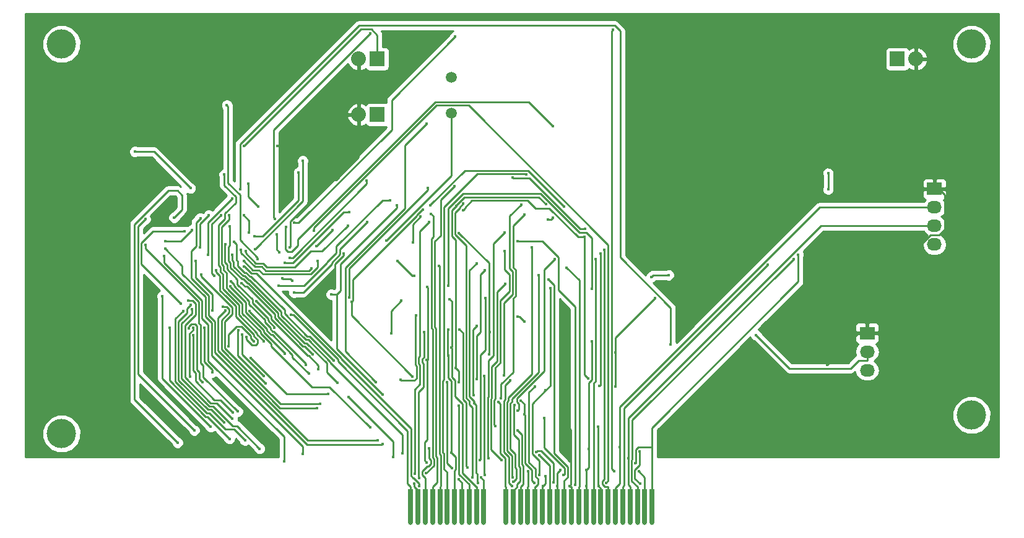
<source format=gbl>
G04 #@! TF.FileFunction,Copper,L2,Bot,Signal*
%FSLAX46Y46*%
G04 Gerber Fmt 4.6, Leading zero omitted, Abs format (unit mm)*
G04 Created by KiCad (PCBNEW 4.0.2+dfsg1-stable) date ven 19 lug 2019 14:22:52 CEST*
%MOMM*%
G01*
G04 APERTURE LIST*
%ADD10C,0.100000*%
%ADD11C,0.650000*%
%ADD12O,0.650000X0.650000*%
%ADD13R,0.650000X4.600000*%
%ADD14C,1.500000*%
%ADD15C,4.000000*%
%ADD16R,2.032000X1.727200*%
%ADD17O,2.032000X1.727200*%
%ADD18R,2.032000X2.032000*%
%ADD19O,2.032000X2.032000*%
%ADD20C,0.400000*%
%ADD21C,0.250000*%
%ADD22C,0.254000*%
G04 APERTURE END LIST*
D10*
D11*
X131572000Y-124466000D03*
D12*
X151572000Y-124466000D03*
D13*
X151572000Y-122166000D03*
X131572000Y-122166000D03*
X132572000Y-122166000D03*
X133572000Y-122166000D03*
X134572000Y-122166000D03*
X135572000Y-122166000D03*
X136572000Y-122166000D03*
X137572000Y-122166000D03*
X138572000Y-122166000D03*
X139572000Y-122166000D03*
X140572000Y-122166000D03*
X141572000Y-122166000D03*
X146572000Y-122166000D03*
X147572000Y-122166000D03*
X148572000Y-122166000D03*
X149572000Y-122166000D03*
X150572000Y-122166000D03*
X144572000Y-122166000D03*
X145572000Y-122166000D03*
D12*
X134572000Y-124466000D03*
X135572000Y-124466000D03*
X136572000Y-124466000D03*
X137572000Y-124466000D03*
X138572000Y-124466000D03*
X139572000Y-124466000D03*
X140572000Y-124466000D03*
X146572000Y-124466000D03*
X147572000Y-124466000D03*
X133572000Y-124466000D03*
X145572000Y-124466000D03*
X148572000Y-124466000D03*
X141572000Y-124466000D03*
X144572000Y-124466000D03*
X149572000Y-124466000D03*
X150572000Y-124466000D03*
X132572000Y-124466000D03*
D13*
X152572000Y-122166000D03*
X153572000Y-122166000D03*
X154572000Y-122166000D03*
X155572000Y-122166000D03*
X156572000Y-122166000D03*
X157572000Y-122166000D03*
X158572000Y-122166000D03*
X159572000Y-122166000D03*
X160572000Y-122166000D03*
X161572000Y-122166000D03*
X162572000Y-122166000D03*
X163572000Y-122166000D03*
X164572000Y-122166000D03*
D12*
X152572000Y-124466000D03*
X153572000Y-124466000D03*
X154572000Y-124466000D03*
X155572000Y-124466000D03*
X156572000Y-124466000D03*
X157572000Y-124466000D03*
X158572000Y-124466000D03*
X159572000Y-124466000D03*
X160572000Y-124466000D03*
X161572000Y-124466000D03*
X162572000Y-124466000D03*
X163572000Y-124466000D03*
X164572000Y-124466000D03*
D14*
X137160000Y-63500000D03*
X137160000Y-68380000D03*
D15*
X208280000Y-58928000D03*
X83820000Y-112268000D03*
X208280000Y-109728000D03*
X83820000Y-58928000D03*
D16*
X203200000Y-78740000D03*
D17*
X203200000Y-81280000D03*
X203200000Y-83820000D03*
X203200000Y-86360000D03*
D18*
X198120000Y-60960000D03*
D19*
X200660000Y-60960000D03*
D16*
X194000000Y-98500000D03*
D17*
X194000000Y-101040000D03*
X194000000Y-103580000D03*
D18*
X127000000Y-60960000D03*
D19*
X124460000Y-60960000D03*
D18*
X127000000Y-68580000D03*
D19*
X124460000Y-68580000D03*
D20*
X121380000Y-77505600D03*
X157210000Y-111286000D03*
X114998000Y-86795000D03*
X153317000Y-119463000D03*
X149687000Y-119443000D03*
X150023000Y-118085000D03*
X157269000Y-119463000D03*
X113378000Y-72867900D03*
X122395000Y-87640700D03*
X120656000Y-91980000D03*
X188502000Y-102804000D03*
X153064000Y-111341000D03*
X138159000Y-108395000D03*
X145741000Y-108329000D03*
X135440000Y-89270000D03*
X115203000Y-95980000D03*
X155847000Y-104687000D03*
X93867700Y-73660000D03*
X101449000Y-78636400D03*
X105852000Y-94855100D03*
X118744000Y-108758000D03*
X143531000Y-107878000D03*
X106210000Y-95391300D03*
X127044000Y-113211000D03*
X149146000Y-115227000D03*
X106825000Y-83847600D03*
X121538000Y-105309000D03*
X148588000Y-105767000D03*
X99222500Y-82659800D03*
X99685800Y-113486000D03*
X148728000Y-114796000D03*
X151104000Y-118905000D03*
X95276000Y-82900000D03*
X101979000Y-111800000D03*
X146179000Y-111772000D03*
X110716000Y-81200000D03*
X109352000Y-78041900D03*
X106074000Y-76792900D03*
X111432000Y-99660800D03*
X133382000Y-98334400D03*
X132767000Y-118341000D03*
X132024000Y-119084000D03*
X107114000Y-80040800D03*
X103816000Y-87750300D03*
X107148000Y-87750300D03*
X130432000Y-114915000D03*
X138116000Y-118531000D03*
X106729000Y-82362700D03*
X162919000Y-119084000D03*
X162908000Y-114665000D03*
X126003000Y-111408000D03*
X184578000Y-87737700D03*
X162313000Y-116284000D03*
X100440000Y-95442300D03*
X108910000Y-113167000D03*
X183915000Y-88344900D03*
X155410000Y-84190800D03*
X145531000Y-77208600D03*
X116253000Y-76503900D03*
X110176000Y-85269100D03*
X100672000Y-84583900D03*
X100124000Y-94480700D03*
X180395000Y-89119400D03*
X144376000Y-84740300D03*
X142204000Y-115600000D03*
X110919000Y-114312000D03*
X101617000Y-95247800D03*
X158037000Y-87098500D03*
X101829000Y-97761900D03*
X101434000Y-104472000D03*
X143177000Y-111247000D03*
X144376000Y-87275500D03*
X156873000Y-88353700D03*
X151261000Y-88384800D03*
X146210000Y-109071000D03*
X107275000Y-109320000D03*
X101828000Y-98761000D03*
X152896000Y-89554700D03*
X103330000Y-97794000D03*
X104424000Y-103861000D03*
X140578000Y-104807000D03*
X141679000Y-89905000D03*
X166822000Y-90540000D03*
X164490000Y-90780600D03*
X150389000Y-91175000D03*
X132032000Y-90624700D03*
X129786000Y-88592300D03*
X118864000Y-88592300D03*
X108726000Y-88649000D03*
X102188000Y-88649000D03*
X104469000Y-95419800D03*
X150637000Y-92373200D03*
X149181000Y-117868000D03*
X150038000Y-106352000D03*
X120318000Y-106841000D03*
X109690000Y-101898000D03*
X112910000Y-97741900D03*
X106247000Y-86324400D03*
X144486000Y-91725300D03*
X143997000Y-115848000D03*
X108366000Y-87097500D03*
X117965000Y-89607900D03*
X149052000Y-90540000D03*
X145619000Y-118847000D03*
X98048900Y-85900000D03*
X101651000Y-84372900D03*
X132918000Y-82546800D03*
X131883000Y-86095000D03*
X148104000Y-86730000D03*
X145500000Y-118213000D03*
X140763000Y-118990000D03*
X140560000Y-88932000D03*
X140254000Y-108095000D03*
X107908000Y-109203000D03*
X95275800Y-86434700D03*
X141026000Y-115909000D03*
X141774000Y-93715000D03*
X116814000Y-115039000D03*
X97979700Y-86921600D03*
X156325000Y-92445000D03*
X136671000Y-91981700D03*
X133770000Y-116188000D03*
X133849000Y-92201600D03*
X133729000Y-102195000D03*
X121071000Y-102286000D03*
X107410000Y-86014900D03*
X97860700Y-87900000D03*
X114226000Y-116067000D03*
X108742000Y-89354100D03*
X132737000Y-119451000D03*
X136900000Y-93836400D03*
X159581000Y-105775000D03*
X165015000Y-93715000D03*
X137121000Y-100473000D03*
X159581000Y-101114000D03*
X118158000Y-101390000D03*
X108462000Y-91623900D03*
X104739000Y-90659100D03*
X105599000Y-82374600D03*
X118712000Y-86586000D03*
X120901000Y-84396800D03*
X146157000Y-85869400D03*
X154090000Y-119236000D03*
X101472000Y-94625300D03*
X106018000Y-110714000D03*
X152477000Y-117895000D03*
X149794000Y-110121000D03*
X113629000Y-87400000D03*
X113243000Y-84937200D03*
X118356000Y-84456700D03*
X158289000Y-118997000D03*
X102797000Y-82761500D03*
X127689000Y-113669000D03*
X147084000Y-82285000D03*
X143914000Y-107396000D03*
X146652000Y-107728000D03*
X148436000Y-118996000D03*
X147110000Y-109590000D03*
X101161000Y-94055700D03*
X107186000Y-110184000D03*
X146710000Y-80886100D03*
X144338000Y-104314000D03*
X117635000Y-104061000D03*
X109541000Y-95433200D03*
X145211000Y-104926000D03*
X145429000Y-119453000D03*
X123474000Y-94204400D03*
X133240000Y-81590500D03*
X131815000Y-104428000D03*
X141629000Y-104401000D03*
X141693000Y-117888000D03*
X123144000Y-93648500D03*
X133880000Y-78628700D03*
X138772000Y-80783700D03*
X140038000Y-118260000D03*
X137790000Y-81053500D03*
X150049000Y-80858100D03*
X137743000Y-103243000D03*
X118942000Y-103421000D03*
X110447000Y-94124400D03*
X138172000Y-105213000D03*
X136547000Y-105227000D03*
X137170000Y-116951000D03*
X120705000Y-93198200D03*
X129692000Y-81019000D03*
X127746000Y-106945000D03*
X123038000Y-107266000D03*
X129133000Y-115441000D03*
X152571000Y-81150300D03*
X134271000Y-81019000D03*
X133666000Y-117689000D03*
X134353000Y-82146300D03*
X125603000Y-83239200D03*
X115600000Y-92918600D03*
X150973000Y-82669400D03*
X150366000Y-82918200D03*
X132108000Y-117773000D03*
X134076000Y-83288700D03*
X103936000Y-82367600D03*
X102735000Y-86774700D03*
X109023000Y-87289300D03*
X122968000Y-83764700D03*
X157399000Y-105695000D03*
X157495000Y-87634300D03*
X178809000Y-98792300D03*
X114374000Y-101326000D03*
X106886000Y-92049500D03*
X117190000Y-102868000D03*
X106988000Y-91400000D03*
X115391000Y-91311700D03*
X113995000Y-90966900D03*
X167133000Y-100062000D03*
X108214000Y-78827500D03*
X147088000Y-96891800D03*
X146166000Y-96255000D03*
X140574000Y-97506100D03*
X140160000Y-106999000D03*
X119206000Y-108212000D03*
X102952000Y-90447500D03*
X110110000Y-99612100D03*
X106660000Y-100308000D03*
X132262000Y-96099800D03*
X130143000Y-104866000D03*
X103059000Y-105200000D03*
X101228000Y-97875000D03*
X104967000Y-89900000D03*
X109133000Y-99064800D03*
X133757000Y-69810800D03*
X126797000Y-105183000D03*
X108749000Y-72867900D03*
X128260000Y-85820000D03*
X116814000Y-74925500D03*
X110270000Y-86965800D03*
X114347000Y-88900000D03*
X123190000Y-81908400D03*
X111434000Y-104386000D03*
X108489000Y-98699600D03*
X111766000Y-105408000D03*
X107993000Y-98134800D03*
X155952000Y-114352000D03*
X155572000Y-117260000D03*
X152055000Y-117260000D03*
X108740000Y-82356100D03*
X109457000Y-84680100D03*
X151635000Y-119442000D03*
X136671000Y-97986400D03*
X136671000Y-101600000D03*
X137123000Y-114850000D03*
X156346000Y-99583600D03*
X147593000Y-117427000D03*
X134059000Y-114237000D03*
X155572000Y-119458000D03*
X138220000Y-97986400D03*
X139321000Y-116867000D03*
X141167000Y-118232000D03*
X106434000Y-67285700D03*
X110663000Y-88400000D03*
X159253000Y-56924000D03*
X159396000Y-117431000D03*
X162794000Y-117431000D03*
X115052000Y-88195700D03*
X125568000Y-77572700D03*
X137538000Y-78401100D03*
X188656000Y-78795000D03*
X188656000Y-76623600D03*
X147368000Y-76740300D03*
X160171000Y-114058000D03*
X104234000Y-111338000D03*
X97597600Y-93400000D03*
X161341000Y-115603000D03*
X106786000Y-112961000D03*
X98573300Y-97768200D03*
X151049000Y-70175300D03*
X114527000Y-83931100D03*
X137669000Y-57917700D03*
X115636000Y-83400000D03*
X126050000Y-57466500D03*
X112997000Y-82818900D03*
X155314000Y-85321800D03*
X138734000Y-81670900D03*
X128786000Y-80310500D03*
X113500000Y-92037900D03*
X142310000Y-101383000D03*
X138185000Y-84773000D03*
X130273300Y-94045100D03*
X128873800Y-98545100D03*
X142337500Y-98334400D03*
D21*
X203200000Y-77551100D02*
X203200000Y-78145500D01*
X200660000Y-75011100D02*
X203200000Y-77551100D01*
X200660000Y-60960000D02*
X200660000Y-75011100D01*
X124460000Y-62301300D02*
X124460000Y-60960000D01*
X124274000Y-62486900D02*
X124460000Y-62301300D01*
X124274000Y-67053100D02*
X124274000Y-62486900D01*
X124460000Y-67238700D02*
X124274000Y-67053100D01*
X124460000Y-68580000D02*
X124460000Y-67238700D01*
X149590000Y-119541000D02*
X149687000Y-119443000D01*
X149572000Y-119541000D02*
X149590000Y-119541000D01*
X149572000Y-122166000D02*
X149572000Y-119541000D01*
X124460000Y-74425600D02*
X121380000Y-77505600D01*
X124460000Y-68580000D02*
X124460000Y-74425600D01*
X116742000Y-72867900D02*
X113378000Y-72867900D01*
X121380000Y-77505600D02*
X116742000Y-72867900D01*
X194000000Y-93724200D02*
X194000000Y-98500000D01*
X202634000Y-85090000D02*
X194000000Y-93724200D01*
X203833000Y-85090000D02*
X202634000Y-85090000D01*
X204594000Y-84328500D02*
X203833000Y-85090000D01*
X204594000Y-79539900D02*
X204594000Y-84328500D01*
X203200000Y-78145500D02*
X204594000Y-79539900D01*
X192659000Y-98647300D02*
X188502000Y-102804000D01*
X192659000Y-98500000D02*
X192659000Y-98647300D01*
X194000000Y-98500000D02*
X192659000Y-98500000D01*
X153394000Y-119541000D02*
X153317000Y-119463000D01*
X153572000Y-119541000D02*
X153394000Y-119541000D01*
X153572000Y-122166000D02*
X153572000Y-119541000D01*
X122395000Y-87873300D02*
X122395000Y-87640700D01*
X121206000Y-89061700D02*
X122395000Y-87873300D01*
X121206000Y-91429200D02*
X121206000Y-89061700D01*
X120656000Y-91980000D02*
X121206000Y-91429200D01*
X115109000Y-86683100D02*
X114998000Y-86795000D01*
X115109000Y-83183300D02*
X115109000Y-86683100D01*
X120787000Y-77505600D02*
X115109000Y-83183300D01*
X121380000Y-77505600D02*
X120787000Y-77505600D01*
X115508000Y-95980000D02*
X115203000Y-95980000D01*
X121596000Y-102068000D02*
X115508000Y-95980000D01*
X121596000Y-102373000D02*
X121596000Y-102068000D01*
X131133000Y-111910000D02*
X121596000Y-102373000D01*
X131133000Y-119101000D02*
X131133000Y-111910000D01*
X131572000Y-119541000D02*
X131133000Y-119101000D01*
X131572000Y-122166000D02*
X131572000Y-119541000D01*
X138159000Y-117808000D02*
X138159000Y-108395000D01*
X139572000Y-119221000D02*
X138159000Y-117808000D01*
X139572000Y-122166000D02*
X139572000Y-119221000D01*
X135485000Y-89315300D02*
X135440000Y-89270000D01*
X135485000Y-115000000D02*
X135485000Y-89315300D01*
X135646000Y-115161000D02*
X135485000Y-115000000D01*
X135646000Y-119466000D02*
X135646000Y-115161000D01*
X135572000Y-119541000D02*
X135646000Y-119466000D01*
X135572000Y-122166000D02*
X135572000Y-119541000D01*
X153481000Y-111757000D02*
X153064000Y-111341000D01*
X153481000Y-119300000D02*
X153481000Y-111757000D01*
X153317000Y-119463000D02*
X153481000Y-119300000D01*
X150023000Y-119108000D02*
X150023000Y-118085000D01*
X149687000Y-119443000D02*
X150023000Y-119108000D01*
X157572000Y-119766000D02*
X157269000Y-119463000D01*
X157572000Y-122166000D02*
X157572000Y-119766000D01*
X157210000Y-119404000D02*
X157269000Y-119463000D01*
X157210000Y-111286000D02*
X157210000Y-119404000D01*
X145654000Y-108416000D02*
X145741000Y-108329000D01*
X145654000Y-112416000D02*
X145654000Y-108416000D01*
X146326000Y-113088000D02*
X145654000Y-112416000D01*
X146326000Y-116690000D02*
X146326000Y-113088000D01*
X146490000Y-116854000D02*
X146326000Y-116690000D01*
X146490000Y-118769000D02*
X146490000Y-116854000D01*
X146066000Y-119193000D02*
X146490000Y-118769000D01*
X146066000Y-119572000D02*
X146066000Y-119193000D01*
X145572000Y-120065000D02*
X146066000Y-119572000D01*
X145572000Y-122166000D02*
X145572000Y-120065000D01*
X203200000Y-78740000D02*
X203200000Y-78145500D01*
X96472400Y-73660000D02*
X93867700Y-73660000D01*
X101449000Y-78636400D02*
X96472400Y-73660000D01*
X106417000Y-94855100D02*
X105852000Y-94855100D01*
X106747000Y-95184300D02*
X106417000Y-94855100D01*
X106747000Y-95680700D02*
X106747000Y-95184300D01*
X105685000Y-96742600D02*
X106747000Y-95680700D01*
X105685000Y-100734000D02*
X105685000Y-96742600D01*
X113708000Y-108758000D02*
X105685000Y-100734000D01*
X118744000Y-108758000D02*
X113708000Y-108758000D01*
X143826000Y-108173000D02*
X143531000Y-107878000D01*
X143826000Y-114933000D02*
X143826000Y-108173000D01*
X144524000Y-115632000D02*
X143826000Y-114933000D01*
X144524000Y-119493000D02*
X144524000Y-115632000D01*
X144572000Y-119541000D02*
X144524000Y-119493000D01*
X144572000Y-122166000D02*
X144572000Y-119541000D01*
X150572000Y-116653000D02*
X150572000Y-122166000D01*
X149146000Y-115227000D02*
X150572000Y-116653000D01*
X117519000Y-113211000D02*
X127044000Y-113211000D01*
X105234000Y-100926000D02*
X117519000Y-113211000D01*
X105234000Y-96367400D02*
X105234000Y-100926000D01*
X106210000Y-95391300D02*
X105234000Y-96367400D01*
X106825000Y-86489700D02*
X106825000Y-83847600D01*
X106622000Y-86692200D02*
X106825000Y-86489700D01*
X106622000Y-88614700D02*
X106622000Y-86692200D01*
X106907000Y-88899000D02*
X106622000Y-88614700D01*
X106907000Y-89535900D02*
X106907000Y-88899000D01*
X108469000Y-91098500D02*
X106907000Y-89535900D01*
X108681000Y-91098500D02*
X108469000Y-91098500D01*
X109235000Y-91651900D02*
X108681000Y-91098500D01*
X109354000Y-91651900D02*
X109235000Y-91651900D01*
X113409000Y-95707000D02*
X109354000Y-91651900D01*
X113409000Y-96224400D02*
X113409000Y-95707000D01*
X117028000Y-99842600D02*
X113409000Y-96224400D01*
X117354000Y-99842600D02*
X117028000Y-99842600D01*
X120095000Y-102584000D02*
X117354000Y-99842600D01*
X120095000Y-103866000D02*
X120095000Y-102584000D01*
X121538000Y-105309000D02*
X120095000Y-103866000D01*
X148572000Y-119541000D02*
X148572000Y-122166000D01*
X148652000Y-119541000D02*
X148572000Y-119541000D01*
X149017000Y-119176000D02*
X148652000Y-119541000D01*
X149017000Y-118532000D02*
X149017000Y-119176000D01*
X148603000Y-118117000D02*
X149017000Y-118532000D01*
X148603000Y-117056000D02*
X148603000Y-118117000D01*
X147752000Y-116206000D02*
X148603000Y-117056000D01*
X147752000Y-106603000D02*
X147752000Y-116206000D01*
X148588000Y-105767000D02*
X147752000Y-106603000D01*
X151104000Y-116334000D02*
X151104000Y-118905000D01*
X149384000Y-114614000D02*
X151104000Y-116334000D01*
X148909000Y-114614000D02*
X149384000Y-114614000D01*
X148728000Y-114796000D02*
X148909000Y-114614000D01*
X93820200Y-107620000D02*
X99685800Y-113486000D01*
X93820200Y-83582900D02*
X93820200Y-107620000D01*
X98404700Y-78998400D02*
X93820200Y-83582900D01*
X99681300Y-78998400D02*
X98404700Y-78998400D01*
X100282000Y-79598700D02*
X99681300Y-78998400D01*
X100282000Y-81600700D02*
X100282000Y-79598700D01*
X99222500Y-82659800D02*
X100282000Y-81600700D01*
X94270500Y-104091000D02*
X101979000Y-111800000D01*
X94270500Y-83905500D02*
X94270500Y-104091000D01*
X95276000Y-82900000D02*
X94270500Y-83905500D01*
X146776000Y-112369000D02*
X146179000Y-111772000D01*
X146776000Y-116503000D02*
X146776000Y-112369000D01*
X146940000Y-116668000D02*
X146776000Y-116503000D01*
X146940000Y-119172000D02*
X146940000Y-116668000D01*
X146572000Y-119541000D02*
X146940000Y-119172000D01*
X146572000Y-122166000D02*
X146572000Y-119541000D01*
X132572000Y-120029000D02*
X132572000Y-122166000D01*
X132024000Y-119481000D02*
X132572000Y-120029000D01*
X132024000Y-119084000D02*
X132024000Y-119481000D01*
X109352000Y-79835900D02*
X110716000Y-81200000D01*
X109352000Y-78041900D02*
X109352000Y-79835900D01*
X132670000Y-118244000D02*
X132767000Y-118341000D01*
X132670000Y-106541000D02*
X132670000Y-118244000D01*
X133316000Y-105896000D02*
X132670000Y-106541000D01*
X133316000Y-102675000D02*
X133316000Y-105896000D01*
X133117000Y-102476000D02*
X133316000Y-102675000D01*
X133117000Y-102041000D02*
X133117000Y-102476000D01*
X133382000Y-101775000D02*
X133117000Y-102041000D01*
X133382000Y-98334400D02*
X133382000Y-101775000D01*
X111432000Y-99554600D02*
X111432000Y-99660800D01*
X110583000Y-98705900D02*
X111432000Y-99554600D01*
X110583000Y-98493700D02*
X110583000Y-98705900D01*
X108098000Y-96007800D02*
X110583000Y-98493700D01*
X108098000Y-94624500D02*
X108098000Y-96007800D01*
X106498000Y-93025100D02*
X108098000Y-94624500D01*
X106482000Y-93025100D02*
X106498000Y-93025100D01*
X105911000Y-92453700D02*
X106482000Y-93025100D01*
X105911000Y-90450800D02*
X105911000Y-92453700D01*
X105556000Y-90095700D02*
X105911000Y-90450800D01*
X105556000Y-89474500D02*
X105556000Y-90095700D01*
X105271000Y-89190200D02*
X105556000Y-89474500D01*
X105271000Y-83732100D02*
X105271000Y-89190200D01*
X106181000Y-82822700D02*
X105271000Y-83732100D01*
X106181000Y-82079700D02*
X106181000Y-82822700D01*
X107643000Y-80617300D02*
X106181000Y-82079700D01*
X107643000Y-79827200D02*
X107643000Y-80617300D01*
X106074000Y-78258000D02*
X107643000Y-79827200D01*
X106074000Y-76792900D02*
X106074000Y-78258000D01*
X138572000Y-118987000D02*
X138116000Y-118531000D01*
X138572000Y-122166000D02*
X138572000Y-118987000D01*
X103816000Y-83338700D02*
X107114000Y-80040800D01*
X103816000Y-87750300D02*
X103816000Y-83338700D01*
X130432000Y-112390000D02*
X130432000Y-114915000D01*
X120546000Y-102504000D02*
X130432000Y-112390000D01*
X120546000Y-102398000D02*
X120546000Y-102504000D01*
X117540000Y-99392300D02*
X120546000Y-102398000D01*
X117214000Y-99392300D02*
X117540000Y-99392300D01*
X113860000Y-96037800D02*
X117214000Y-99392300D01*
X113860000Y-95520400D02*
X113860000Y-96037800D01*
X109541000Y-91201600D02*
X113860000Y-95520400D01*
X109421000Y-91201600D02*
X109541000Y-91201600D01*
X108868000Y-90648200D02*
X109421000Y-91201600D01*
X108656000Y-90648200D02*
X108868000Y-90648200D01*
X107357000Y-89349300D02*
X108656000Y-90648200D01*
X107357000Y-88712400D02*
X107357000Y-89349300D01*
X107148000Y-88503200D02*
X107357000Y-88712400D01*
X107148000Y-87750300D02*
X107148000Y-88503200D01*
X162908000Y-116573000D02*
X162908000Y-114665000D01*
X162222000Y-117259000D02*
X162908000Y-116573000D01*
X162222000Y-118388000D02*
X162222000Y-117259000D01*
X162919000Y-119084000D02*
X162222000Y-118388000D01*
X120453000Y-105857000D02*
X126003000Y-111408000D01*
X118109000Y-105857000D02*
X120453000Y-105857000D01*
X112515000Y-100263000D02*
X118109000Y-105857000D01*
X112515000Y-100001000D02*
X112515000Y-100263000D01*
X111034000Y-98519300D02*
X112515000Y-100001000D01*
X111034000Y-98307100D02*
X111034000Y-98519300D01*
X108548000Y-95821200D02*
X111034000Y-98307100D01*
X108548000Y-94437900D02*
X108548000Y-95821200D01*
X106685000Y-92574800D02*
X108548000Y-94437900D01*
X106669000Y-92574800D02*
X106685000Y-92574800D01*
X106361000Y-92267100D02*
X106669000Y-92574800D01*
X106361000Y-90264200D02*
X106361000Y-92267100D01*
X106006000Y-89909100D02*
X106361000Y-90264200D01*
X106006000Y-89287900D02*
X106006000Y-89909100D01*
X105722000Y-89003600D02*
X106006000Y-89287900D01*
X105722000Y-83918700D02*
X105722000Y-89003600D01*
X106729000Y-82911500D02*
X105722000Y-83918700D01*
X106729000Y-82362700D02*
X106729000Y-82911500D01*
X164572000Y-111435000D02*
X164572000Y-114085000D01*
X184578000Y-91429100D02*
X164572000Y-111435000D01*
X184578000Y-87737700D02*
X184578000Y-91429100D01*
X164572000Y-114085000D02*
X164572000Y-122166000D01*
X162321000Y-116276000D02*
X162313000Y-116284000D01*
X162321000Y-114467000D02*
X162321000Y-116276000D01*
X162703000Y-114085000D02*
X162321000Y-114467000D01*
X164572000Y-114085000D02*
X162703000Y-114085000D01*
X107379000Y-111637000D02*
X108910000Y-113167000D01*
X106198000Y-111637000D02*
X107379000Y-111637000D01*
X103986000Y-109425000D02*
X106198000Y-111637000D01*
X103670000Y-109425000D02*
X103986000Y-109425000D01*
X99352000Y-105107000D02*
X103670000Y-109425000D01*
X99352000Y-96530300D02*
X99352000Y-105107000D01*
X100440000Y-95442300D02*
X99352000Y-96530300D01*
X111305000Y-85269100D02*
X110176000Y-85269100D01*
X116253000Y-80321400D02*
X111305000Y-85269100D01*
X116253000Y-76503900D02*
X116253000Y-80321400D01*
X154762000Y-84190800D02*
X155410000Y-84190800D01*
X147837000Y-77265600D02*
X154762000Y-84190800D01*
X145588000Y-77265600D02*
X147837000Y-77265600D01*
X145531000Y-77208600D02*
X145588000Y-77265600D01*
X161870000Y-110390000D02*
X183915000Y-88344900D01*
X161870000Y-115816000D02*
X161870000Y-110390000D01*
X161772000Y-115915000D02*
X161870000Y-115816000D01*
X161772000Y-118741000D02*
X161772000Y-115915000D01*
X162572000Y-119541000D02*
X161772000Y-118741000D01*
X162572000Y-122166000D02*
X162572000Y-119541000D01*
X96331700Y-84583900D02*
X100672000Y-84583900D01*
X94720800Y-86194800D02*
X96331700Y-84583900D01*
X94720800Y-89077300D02*
X94720800Y-86194800D01*
X100124000Y-94480700D02*
X94720800Y-89077300D01*
X160756000Y-108758000D02*
X180395000Y-89119400D01*
X160756000Y-119356000D02*
X160756000Y-108758000D01*
X160572000Y-119541000D02*
X160756000Y-119356000D01*
X160572000Y-122166000D02*
X160572000Y-119541000D01*
X107794000Y-111186000D02*
X110919000Y-114312000D01*
X107234000Y-111186000D02*
X107794000Y-111186000D01*
X104572000Y-108525000D02*
X107234000Y-111186000D01*
X104044000Y-108525000D02*
X104572000Y-108525000D01*
X100253000Y-104734000D02*
X104044000Y-108525000D01*
X100253000Y-97197200D02*
X100253000Y-104734000D01*
X101617000Y-95832400D02*
X100253000Y-97197200D01*
X101617000Y-95247800D02*
X101617000Y-95832400D01*
X142105000Y-115501000D02*
X142204000Y-115600000D01*
X142105000Y-107288000D02*
X142105000Y-115501000D01*
X142206000Y-107186000D02*
X142105000Y-107288000D01*
X142206000Y-102236000D02*
X142206000Y-107186000D01*
X142901000Y-101541000D02*
X142206000Y-102236000D01*
X142901000Y-86215200D02*
X142901000Y-101541000D01*
X144376000Y-84740300D02*
X142901000Y-86215200D01*
X158572000Y-119541000D02*
X158572000Y-122166000D01*
X158090000Y-119541000D02*
X158572000Y-119541000D01*
X157764000Y-119214000D02*
X158090000Y-119541000D01*
X157764000Y-118779000D02*
X157764000Y-119214000D01*
X158037000Y-118506000D02*
X157764000Y-118779000D01*
X158037000Y-87098500D02*
X158037000Y-118506000D01*
X101274000Y-104312000D02*
X101434000Y-104472000D01*
X101274000Y-98572700D02*
X101274000Y-104312000D01*
X101829000Y-98017600D02*
X101274000Y-98572700D01*
X101829000Y-97761900D02*
X101829000Y-98017600D01*
X143005000Y-111075000D02*
X143177000Y-111247000D01*
X143005000Y-107661000D02*
X143005000Y-111075000D01*
X143181000Y-107485000D02*
X143005000Y-107661000D01*
X143181000Y-103171000D02*
X143181000Y-107485000D01*
X143802000Y-102551000D02*
X143181000Y-103171000D01*
X143802000Y-94046300D02*
X143802000Y-102551000D01*
X145065000Y-92782400D02*
X143802000Y-94046300D01*
X145065000Y-90458700D02*
X145065000Y-92782400D01*
X144376000Y-89769100D02*
X145065000Y-90458700D01*
X144376000Y-87275500D02*
X144376000Y-89769100D01*
X156873000Y-105041000D02*
X156873000Y-88353700D01*
X156572000Y-105342000D02*
X156873000Y-105041000D01*
X156572000Y-122166000D02*
X156572000Y-105342000D01*
X101828000Y-103615000D02*
X101828000Y-98761000D01*
X102136000Y-103923000D02*
X101828000Y-103615000D01*
X102136000Y-105053000D02*
X102136000Y-103923000D01*
X104707000Y-107624000D02*
X102136000Y-105053000D01*
X105579000Y-107624000D02*
X104707000Y-107624000D01*
X107275000Y-109320000D02*
X105579000Y-107624000D01*
X146318000Y-108962000D02*
X146210000Y-109071000D01*
X146318000Y-108163000D02*
X146318000Y-108962000D01*
X146087000Y-107932000D02*
X146318000Y-108163000D01*
X146087000Y-107441000D02*
X146087000Y-107932000D01*
X149864000Y-103664000D02*
X146087000Y-107441000D01*
X149864000Y-89781500D02*
X149864000Y-103664000D01*
X151261000Y-88384800D02*
X149864000Y-89781500D01*
X154615000Y-91273800D02*
X152896000Y-89554700D01*
X154615000Y-119498000D02*
X154615000Y-91273800D01*
X154572000Y-119541000D02*
X154615000Y-119498000D01*
X154572000Y-122166000D02*
X154572000Y-119541000D01*
X140578000Y-98846100D02*
X140578000Y-104807000D01*
X141100000Y-98324400D02*
X140578000Y-98846100D01*
X141100000Y-90484400D02*
X141100000Y-98324400D01*
X141679000Y-89905000D02*
X141100000Y-90484400D01*
X104424000Y-103534000D02*
X104424000Y-103861000D01*
X103330000Y-102440000D02*
X104424000Y-103534000D01*
X103330000Y-97794000D02*
X103330000Y-102440000D01*
X164731000Y-90540000D02*
X164490000Y-90780600D01*
X166822000Y-90540000D02*
X164731000Y-90540000D01*
X132032000Y-90624600D02*
X132032000Y-90624700D01*
X131818000Y-90624600D02*
X132032000Y-90624600D01*
X129786000Y-88592300D02*
X131818000Y-90624600D01*
X118864000Y-89459200D02*
X118864000Y-88592300D01*
X117897000Y-90426300D02*
X118864000Y-89459200D01*
X111405000Y-90426300D02*
X117897000Y-90426300D01*
X110830000Y-89850700D02*
X111405000Y-90426300D01*
X109981000Y-89850700D02*
X110830000Y-89850700D01*
X108780000Y-88649000D02*
X109981000Y-89850700D01*
X108726000Y-88649000D02*
X108780000Y-88649000D01*
X151163000Y-91948200D02*
X150389000Y-91175000D01*
X151163000Y-114955000D02*
X151163000Y-91948200D01*
X153031000Y-116823000D02*
X151163000Y-114955000D01*
X153031000Y-118228000D02*
X153031000Y-116823000D01*
X152572000Y-118687000D02*
X153031000Y-118228000D01*
X152572000Y-122166000D02*
X152572000Y-118687000D01*
X102188000Y-90916500D02*
X102188000Y-88649000D01*
X104469000Y-93197800D02*
X102188000Y-90916500D01*
X104469000Y-95419800D02*
X104469000Y-93197800D01*
X150637000Y-105753000D02*
X150038000Y-106352000D01*
X150637000Y-92373200D02*
X150637000Y-105753000D01*
X149181000Y-116005000D02*
X149181000Y-117868000D01*
X148202000Y-115026000D02*
X149181000Y-116005000D01*
X148202000Y-108188000D02*
X148202000Y-115026000D01*
X150038000Y-106352000D02*
X148202000Y-108188000D01*
X114632000Y-106841000D02*
X109690000Y-101898000D01*
X120318000Y-106841000D02*
X114632000Y-106841000D01*
X112910000Y-97635700D02*
X112910000Y-97741900D01*
X112058000Y-96784200D02*
X112910000Y-97635700D01*
X112058000Y-96479100D02*
X112058000Y-96784200D01*
X109921000Y-94342000D02*
X112058000Y-96479100D01*
X109921000Y-93900600D02*
X109921000Y-94342000D01*
X107862000Y-91841400D02*
X109921000Y-93900600D01*
X107862000Y-91128300D02*
X107862000Y-91841400D01*
X106456000Y-89722500D02*
X107862000Y-91128300D01*
X106456000Y-89101300D02*
X106456000Y-89722500D01*
X106172000Y-88817000D02*
X106456000Y-89101300D01*
X106172000Y-86399500D02*
X106172000Y-88817000D01*
X106247000Y-86324400D02*
X106172000Y-86399500D01*
X142555000Y-114406000D02*
X143997000Y-115848000D01*
X142555000Y-107474000D02*
X142555000Y-114406000D01*
X142656000Y-107373000D02*
X142555000Y-107474000D01*
X142656000Y-103060000D02*
X142656000Y-107373000D01*
X143351000Y-102365000D02*
X142656000Y-103060000D01*
X143351000Y-92860300D02*
X143351000Y-102365000D01*
X144486000Y-91725300D02*
X143351000Y-92860300D01*
X108366000Y-87518900D02*
X108366000Y-87097500D01*
X110247000Y-89400400D02*
X108366000Y-87518900D01*
X111203000Y-89400400D02*
X110247000Y-89400400D01*
X111748000Y-89945600D02*
X111203000Y-89400400D01*
X117628000Y-89945600D02*
X111748000Y-89945600D01*
X117965000Y-89607900D02*
X117628000Y-89945600D01*
X149052000Y-103839000D02*
X149052000Y-90540000D01*
X145390000Y-107501000D02*
X149052000Y-103839000D01*
X145390000Y-107937000D02*
X145390000Y-107501000D01*
X145204000Y-108123000D02*
X145390000Y-107937000D01*
X145204000Y-114346000D02*
X145204000Y-108123000D01*
X145875000Y-115018000D02*
X145204000Y-114346000D01*
X145875000Y-116877000D02*
X145875000Y-115018000D01*
X146040000Y-117041000D02*
X145875000Y-116877000D01*
X146040000Y-118427000D02*
X146040000Y-117041000D01*
X145619000Y-118847000D02*
X146040000Y-118427000D01*
X132918000Y-82557800D02*
X132918000Y-82546800D01*
X131883000Y-83593100D02*
X132918000Y-82557800D01*
X131883000Y-86095000D02*
X131883000Y-83593100D01*
X100124000Y-85900000D02*
X101651000Y-84372900D01*
X98048900Y-85900000D02*
X100124000Y-85900000D01*
X148104000Y-104150000D02*
X148104000Y-86730000D01*
X144940000Y-107314000D02*
X148104000Y-104150000D01*
X144940000Y-107750000D02*
X144940000Y-107314000D01*
X144753000Y-107936000D02*
X144940000Y-107750000D01*
X144753000Y-114587000D02*
X144753000Y-107936000D01*
X145425000Y-115259000D02*
X144753000Y-114587000D01*
X145425000Y-118138000D02*
X145425000Y-115259000D01*
X145500000Y-118213000D02*
X145425000Y-118138000D01*
X140500000Y-108342000D02*
X140254000Y-108095000D01*
X140500000Y-117632000D02*
X140500000Y-108342000D01*
X140642000Y-117774000D02*
X140500000Y-117632000D01*
X140642000Y-118869000D02*
X140642000Y-117774000D01*
X140763000Y-118990000D02*
X140642000Y-118869000D01*
X139602000Y-89889900D02*
X140560000Y-88932000D01*
X139602000Y-107185000D02*
X139602000Y-89889900D01*
X140254000Y-107836000D02*
X139602000Y-107185000D01*
X140254000Y-108095000D02*
X140254000Y-107836000D01*
X95275800Y-86894600D02*
X95275800Y-86434700D01*
X102593000Y-94211900D02*
X95275800Y-86894600D01*
X102593000Y-97146300D02*
X102593000Y-94211900D01*
X102804000Y-97357500D02*
X102593000Y-97146300D01*
X102804000Y-102551000D02*
X102804000Y-97357500D01*
X103211000Y-102958000D02*
X102804000Y-102551000D01*
X103211000Y-104506000D02*
X103211000Y-102958000D01*
X107908000Y-109203000D02*
X103211000Y-104506000D01*
X141103000Y-115832000D02*
X141026000Y-115909000D01*
X141103000Y-101462000D02*
X141103000Y-115832000D01*
X141774000Y-100791000D02*
X141103000Y-101462000D01*
X141774000Y-93715000D02*
X141774000Y-100791000D01*
X100330000Y-89272400D02*
X97979700Y-86921600D01*
X100330000Y-90369700D02*
X100330000Y-89272400D01*
X103494000Y-93532900D02*
X100330000Y-90369700D01*
X103494000Y-96274400D02*
X103494000Y-93532900D01*
X104334000Y-97114400D02*
X103494000Y-96274400D01*
X104334000Y-101533000D02*
X104334000Y-97114400D01*
X116814000Y-114014000D02*
X104334000Y-101533000D01*
X116814000Y-115039000D02*
X116814000Y-114014000D01*
X156325000Y-85496000D02*
X156325000Y-92445000D01*
X155545000Y-84716100D02*
X156325000Y-85496000D01*
X154650000Y-84716100D02*
X155545000Y-84716100D01*
X149338000Y-79404000D02*
X154650000Y-84716100D01*
X138694000Y-79404000D02*
X149338000Y-79404000D01*
X136671000Y-81427400D02*
X138694000Y-79404000D01*
X136671000Y-91981700D02*
X136671000Y-81427400D01*
X107708000Y-86312700D02*
X107410000Y-86014900D01*
X107708000Y-88426200D02*
X107708000Y-86312700D01*
X107941000Y-88659900D02*
X107708000Y-88426200D01*
X107941000Y-89296800D02*
X107941000Y-88659900D01*
X108842000Y-90197900D02*
X107941000Y-89296800D01*
X109055000Y-90197900D02*
X108842000Y-90197900D01*
X109608000Y-90751300D02*
X109055000Y-90197900D01*
X109727000Y-90751300D02*
X109608000Y-90751300D01*
X114310000Y-95333800D02*
X109727000Y-90751300D01*
X114310000Y-95851200D02*
X114310000Y-95333800D01*
X117401000Y-98942000D02*
X114310000Y-95851200D01*
X117727000Y-98942000D02*
X117401000Y-98942000D01*
X121071000Y-102286000D02*
X117727000Y-98942000D01*
X133918000Y-102114000D02*
X133810000Y-102222000D01*
X133918000Y-92270600D02*
X133918000Y-102114000D01*
X133849000Y-92201600D02*
X133918000Y-92270600D01*
X133756000Y-102222000D02*
X133729000Y-102195000D01*
X133810000Y-102222000D02*
X133756000Y-102222000D01*
X133488000Y-115906000D02*
X133770000Y-116188000D01*
X133488000Y-113428000D02*
X133488000Y-115906000D01*
X133810000Y-113106000D02*
X133488000Y-113428000D01*
X133810000Y-102222000D02*
X133810000Y-113106000D01*
X97860700Y-88842500D02*
X97860700Y-87900000D01*
X103043000Y-94025200D02*
X97860700Y-88842500D01*
X103043000Y-96461000D02*
X103043000Y-94025200D01*
X103883000Y-97301000D02*
X103043000Y-96461000D01*
X103883000Y-102356000D02*
X103883000Y-97301000D01*
X114226000Y-112699000D02*
X103883000Y-102356000D01*
X114226000Y-116067000D02*
X114226000Y-112699000D01*
X108848000Y-89354100D02*
X108742000Y-89354100D01*
X109795000Y-90301000D02*
X108848000Y-89354100D01*
X110466000Y-90301000D02*
X109795000Y-90301000D01*
X122047000Y-101882000D02*
X110466000Y-90301000D01*
X122047000Y-102032000D02*
X122047000Y-101882000D01*
X131583000Y-111568000D02*
X122047000Y-102032000D01*
X131583000Y-118001000D02*
X131583000Y-111568000D01*
X131886000Y-118304000D02*
X131583000Y-118001000D01*
X131988000Y-118304000D02*
X131886000Y-118304000D01*
X132737000Y-119054000D02*
X131988000Y-118304000D01*
X132737000Y-119451000D02*
X132737000Y-119054000D01*
X159581000Y-99148500D02*
X159581000Y-101114000D01*
X165015000Y-93715000D02*
X159581000Y-99148500D01*
X159581000Y-101114000D02*
X159581000Y-105775000D01*
X137196000Y-94132800D02*
X136900000Y-93836400D01*
X137196000Y-100398000D02*
X137196000Y-94132800D01*
X137121000Y-100473000D02*
X137196000Y-100398000D01*
X104401000Y-90321000D02*
X104739000Y-90659100D01*
X104401000Y-83573000D02*
X104401000Y-90321000D01*
X105599000Y-82374600D02*
X104401000Y-83573000D01*
X117061000Y-100293000D02*
X118158000Y-101390000D01*
X116841000Y-100293000D02*
X117061000Y-100293000D01*
X112959000Y-96411000D02*
X116841000Y-100293000D01*
X112959000Y-95893600D02*
X112959000Y-96411000D01*
X109168000Y-92102200D02*
X112959000Y-95893600D01*
X108941000Y-92102200D02*
X109168000Y-92102200D01*
X108462000Y-91623900D02*
X108941000Y-92102200D01*
X137196000Y-100548000D02*
X137121000Y-100473000D01*
X137196000Y-104497000D02*
X137196000Y-100548000D01*
X137647000Y-104947000D02*
X137196000Y-104497000D01*
X137647000Y-107140000D02*
X137647000Y-104947000D01*
X138684000Y-108178000D02*
X137647000Y-107140000D01*
X138684000Y-117683000D02*
X138684000Y-108178000D01*
X140542000Y-119541000D02*
X138684000Y-117683000D01*
X140572000Y-119541000D02*
X140542000Y-119541000D01*
X140572000Y-122166000D02*
X140572000Y-119541000D01*
X120901000Y-84396800D02*
X118712000Y-86586000D01*
X149534000Y-85869400D02*
X146157000Y-85869400D01*
X151786000Y-88121100D02*
X149534000Y-85869400D01*
X151786000Y-92571500D02*
X151786000Y-88121100D01*
X154090000Y-94875400D02*
X151786000Y-92571500D01*
X154090000Y-119236000D02*
X154090000Y-94875400D01*
X104279000Y-108975000D02*
X106018000Y-110714000D01*
X103857000Y-108975000D02*
X104279000Y-108975000D01*
X99802300Y-104920000D02*
X103857000Y-108975000D01*
X99802300Y-96931400D02*
X99802300Y-104920000D01*
X100998000Y-95736200D02*
X99802300Y-96931400D01*
X100998000Y-95099400D02*
X100998000Y-95736200D01*
X101472000Y-94625300D02*
X100998000Y-95099400D01*
X149794000Y-114223000D02*
X149794000Y-110121000D01*
X152580000Y-117010000D02*
X149794000Y-114223000D01*
X152580000Y-117792000D02*
X152580000Y-117010000D01*
X152477000Y-117895000D02*
X152580000Y-117792000D01*
X113243000Y-87014000D02*
X113629000Y-87400000D01*
X113243000Y-84937200D02*
X113243000Y-87014000D01*
X158572000Y-118713000D02*
X158289000Y-118997000D01*
X158572000Y-86396200D02*
X158572000Y-118713000D01*
X139465000Y-67289300D02*
X158572000Y-86396200D01*
X135108000Y-67289300D02*
X139465000Y-67289300D01*
X118356000Y-84041500D02*
X135108000Y-67289300D01*
X118356000Y-84456700D02*
X118356000Y-84041500D01*
X102210000Y-83348900D02*
X102797000Y-82761500D01*
X102210000Y-86610800D02*
X102210000Y-83348900D01*
X101596000Y-87223900D02*
X102210000Y-86610800D01*
X101596000Y-90998700D02*
X101596000Y-87223900D01*
X103944000Y-93346300D02*
X101596000Y-90998700D01*
X103944000Y-96087800D02*
X103944000Y-93346300D01*
X104784000Y-96927800D02*
X103944000Y-96087800D01*
X104784000Y-101186000D02*
X104784000Y-96927800D01*
X117376000Y-113777000D02*
X104784000Y-101186000D01*
X127580000Y-113777000D02*
X117376000Y-113777000D01*
X127689000Y-113669000D02*
X127580000Y-113777000D01*
X143914000Y-105481000D02*
X143914000Y-107396000D01*
X145572000Y-103822000D02*
X143914000Y-105481000D01*
X145572000Y-93774600D02*
X145572000Y-103822000D01*
X145966000Y-93380600D02*
X145572000Y-93774600D01*
X145966000Y-89860200D02*
X145966000Y-93380600D01*
X145572000Y-89466200D02*
X145966000Y-89860200D01*
X145572000Y-83797200D02*
X145572000Y-89466200D01*
X147084000Y-82285000D02*
X145572000Y-83797200D01*
X147226000Y-109706000D02*
X147110000Y-109590000D01*
X147226000Y-116317000D02*
X147226000Y-109706000D01*
X148127000Y-117218000D02*
X147226000Y-116317000D01*
X148127000Y-118687000D02*
X148127000Y-117218000D01*
X148436000Y-118996000D02*
X148127000Y-118687000D01*
X147110000Y-108186000D02*
X146652000Y-107728000D01*
X147110000Y-109590000D02*
X147110000Y-108186000D01*
X105077000Y-108074000D02*
X107186000Y-110184000D01*
X104230000Y-108074000D02*
X105077000Y-108074000D01*
X100703000Y-104547000D02*
X104230000Y-108074000D01*
X100703000Y-97383900D02*
X100703000Y-104547000D01*
X102143000Y-95944000D02*
X100703000Y-97383900D01*
X102143000Y-94488200D02*
X102143000Y-95944000D01*
X101710000Y-94055700D02*
X102143000Y-94488200D01*
X101161000Y-94055700D02*
X101710000Y-94055700D01*
X144338000Y-94372200D02*
X144338000Y-104314000D01*
X145516000Y-93194000D02*
X144338000Y-94372200D01*
X145516000Y-90046800D02*
X145516000Y-93194000D01*
X145122000Y-89652800D02*
X145516000Y-90046800D01*
X145122000Y-82474600D02*
X145122000Y-89652800D01*
X146710000Y-80886100D02*
X145122000Y-82474600D01*
X109541000Y-95540600D02*
X109541000Y-95433200D01*
X111934000Y-97933900D02*
X109541000Y-95540600D01*
X111934000Y-98146100D02*
X111934000Y-97933900D01*
X112506000Y-98717500D02*
X111934000Y-98146100D01*
X112626000Y-98717500D02*
X112506000Y-98717500D01*
X115364000Y-101456000D02*
X112626000Y-98717500D01*
X115364000Y-101790000D02*
X115364000Y-101456000D01*
X117635000Y-104061000D02*
X115364000Y-101790000D01*
X144489000Y-105648000D02*
X145211000Y-104926000D01*
X144489000Y-107564000D02*
X144489000Y-105648000D01*
X144303000Y-107750000D02*
X144489000Y-107564000D01*
X144303000Y-114774000D02*
X144303000Y-107750000D01*
X144975000Y-115445000D02*
X144303000Y-114774000D01*
X144975000Y-118998000D02*
X144975000Y-115445000D01*
X145429000Y-119453000D02*
X144975000Y-118998000D01*
X123670000Y-94008800D02*
X123474000Y-94204400D01*
X123670000Y-91160900D02*
X123670000Y-94008800D01*
X132393000Y-82437300D02*
X123670000Y-91160900D01*
X132393000Y-82329200D02*
X132393000Y-82437300D01*
X133132000Y-81590500D02*
X132393000Y-82329200D01*
X133240000Y-81590500D02*
X133132000Y-81590500D01*
X123474000Y-96087300D02*
X131815000Y-104428000D01*
X123474000Y-94204400D02*
X123474000Y-96087300D01*
X141629000Y-117824000D02*
X141693000Y-117888000D01*
X141629000Y-104401000D02*
X141629000Y-117824000D01*
X123144000Y-89625500D02*
X123144000Y-93648500D01*
X133880000Y-78889200D02*
X123144000Y-89625500D01*
X133880000Y-78628700D02*
X133880000Y-78889200D01*
X138316000Y-81240100D02*
X138772000Y-80783700D01*
X138316000Y-81346300D02*
X138316000Y-81240100D01*
X137639000Y-82023100D02*
X138316000Y-81346300D01*
X137639000Y-84970200D02*
X137639000Y-82023100D01*
X139148000Y-86479100D02*
X137639000Y-84970200D01*
X139148000Y-107367000D02*
X139148000Y-86479100D01*
X139602000Y-107822000D02*
X139148000Y-107367000D01*
X139602000Y-108268000D02*
X139602000Y-107822000D01*
X140038000Y-108704000D02*
X139602000Y-108268000D01*
X140038000Y-118260000D02*
X140038000Y-108704000D01*
X149062000Y-79870800D02*
X150049000Y-80858100D01*
X138942000Y-79870800D02*
X149062000Y-79870800D01*
X137790000Y-81022400D02*
X138942000Y-79870800D01*
X137790000Y-81053500D02*
X137790000Y-81022400D01*
X138172000Y-103673000D02*
X137743000Y-103243000D01*
X138172000Y-105213000D02*
X138172000Y-103673000D01*
X118942000Y-102917000D02*
X118942000Y-103421000D01*
X117632000Y-101607000D02*
X118942000Y-102917000D01*
X117518000Y-101607000D02*
X117632000Y-101607000D01*
X112509000Y-96597600D02*
X117518000Y-101607000D01*
X112509000Y-96186500D02*
X112509000Y-96597600D01*
X110447000Y-94124400D02*
X112509000Y-96186500D01*
X137695000Y-103195000D02*
X137743000Y-103243000D01*
X137695000Y-85720000D02*
X137695000Y-103195000D01*
X137187000Y-85212100D02*
X137695000Y-85720000D01*
X137187000Y-81656800D02*
X137187000Y-85212100D01*
X137790000Y-81053500D02*
X137187000Y-81656800D01*
X136547000Y-116328000D02*
X136547000Y-105227000D01*
X137170000Y-116951000D02*
X136547000Y-116328000D01*
X120705000Y-93198200D02*
X121432000Y-93198200D01*
X129692000Y-81319600D02*
X129692000Y-81019000D01*
X121979000Y-89032300D02*
X129692000Y-81319600D01*
X121979000Y-92651100D02*
X121979000Y-89032300D01*
X121432000Y-93198200D02*
X121979000Y-92651100D01*
X134271000Y-80924900D02*
X134271000Y-81019000D01*
X138982000Y-76214800D02*
X134271000Y-80924900D01*
X147636000Y-76214800D02*
X138982000Y-76214800D01*
X152571000Y-81150300D02*
X147636000Y-76214800D01*
X129133000Y-113361000D02*
X123038000Y-107266000D01*
X129133000Y-115441000D02*
X129133000Y-113361000D01*
X127746000Y-106944000D02*
X127746000Y-106945000D01*
X121432000Y-100630000D02*
X127746000Y-106944000D01*
X121432000Y-93198200D02*
X121432000Y-100630000D01*
X121870000Y-86972700D02*
X125603000Y-83239200D01*
X121870000Y-87715700D02*
X121870000Y-86972700D01*
X120756000Y-88829000D02*
X121870000Y-87715700D01*
X120756000Y-89013500D02*
X120756000Y-88829000D01*
X116851000Y-92918600D02*
X120756000Y-89013500D01*
X115600000Y-92918600D02*
X116851000Y-92918600D01*
X150724000Y-82918200D02*
X150973000Y-82669400D01*
X150366000Y-82918200D02*
X150724000Y-82918200D01*
X134650000Y-82443400D02*
X134353000Y-82146300D01*
X134650000Y-85292000D02*
X134650000Y-82443400D01*
X134379000Y-85563100D02*
X134650000Y-85292000D01*
X134379000Y-97792100D02*
X134379000Y-85563100D01*
X134585000Y-97997300D02*
X134379000Y-97792100D01*
X134585000Y-115531000D02*
X134585000Y-97997300D01*
X134746000Y-115692000D02*
X134585000Y-115531000D01*
X134746000Y-116609000D02*
X134746000Y-115692000D01*
X133666000Y-117689000D02*
X134746000Y-116609000D01*
X102735000Y-83569100D02*
X102735000Y-86774700D01*
X103936000Y-82367600D02*
X102735000Y-83569100D01*
X132108000Y-106206000D02*
X132108000Y-117773000D01*
X132848000Y-105467000D02*
X132108000Y-106206000D01*
X132848000Y-102844000D02*
X132848000Y-105467000D01*
X132666000Y-102662000D02*
X132848000Y-102844000D01*
X132666000Y-101854000D02*
X132666000Y-102662000D01*
X132848000Y-101673000D02*
X132666000Y-101854000D01*
X132848000Y-84517100D02*
X132848000Y-101673000D01*
X134076000Y-83288700D02*
X132848000Y-84517100D01*
X109023000Y-87539300D02*
X109023000Y-87289300D01*
X110409000Y-88925400D02*
X109023000Y-87539300D01*
X111403000Y-88925400D02*
X110409000Y-88925400D01*
X111917000Y-89439100D02*
X111403000Y-88925400D01*
X115725000Y-89439100D02*
X111917000Y-89439100D01*
X117903000Y-87261600D02*
X115725000Y-89439100D01*
X119472000Y-87261600D02*
X117903000Y-87261600D01*
X122968000Y-83764700D02*
X119472000Y-87261600D01*
X157495000Y-105599000D02*
X157495000Y-87634300D01*
X157399000Y-105695000D02*
X157495000Y-105599000D01*
X183360000Y-103343000D02*
X178809000Y-98792300D01*
X191697000Y-103343000D02*
X183360000Y-103343000D01*
X192811000Y-102229000D02*
X191697000Y-103343000D01*
X194000000Y-102229000D02*
X192811000Y-102229000D01*
X194000000Y-101040000D02*
X194000000Y-102229000D01*
X114374000Y-101223000D02*
X114374000Y-101326000D01*
X111484000Y-98332700D02*
X114374000Y-101223000D01*
X111484000Y-98120500D02*
X111484000Y-98332700D01*
X109016000Y-95652200D02*
X111484000Y-98120500D01*
X109016000Y-94268900D02*
X109016000Y-95652200D01*
X106886000Y-92139600D02*
X109016000Y-94268900D01*
X106886000Y-92049500D02*
X106886000Y-92139600D01*
X117190000Y-102630000D02*
X117190000Y-102868000D01*
X112828000Y-98267200D02*
X117190000Y-102630000D01*
X112692000Y-98267200D02*
X112828000Y-98267200D01*
X112385000Y-97959500D02*
X112692000Y-98267200D01*
X112385000Y-97747300D02*
X112385000Y-97959500D01*
X111608000Y-96970800D02*
X112385000Y-97747300D01*
X111608000Y-96665700D02*
X111608000Y-96970800D01*
X109471000Y-94528600D02*
X111608000Y-96665700D01*
X109471000Y-94087300D02*
X109471000Y-94528600D01*
X107412000Y-92028100D02*
X109471000Y-94087300D01*
X107412000Y-91823400D02*
X107412000Y-92028100D01*
X106988000Y-91400000D02*
X107412000Y-91823400D01*
X114062000Y-91033800D02*
X113995000Y-90966900D01*
X114062000Y-91033900D02*
X114062000Y-91033800D01*
X115113000Y-91033900D02*
X114062000Y-91033900D01*
X115391000Y-91311700D02*
X115113000Y-91033900D01*
X167133000Y-95053900D02*
X167133000Y-100062000D01*
X160226000Y-88147600D02*
X167133000Y-95053900D01*
X160226000Y-57143600D02*
X160226000Y-88147600D01*
X159467000Y-56383800D02*
X160226000Y-57143600D01*
X124473000Y-56383800D02*
X159467000Y-56383800D01*
X108214000Y-72642800D02*
X124473000Y-56383800D01*
X108214000Y-78827500D02*
X108214000Y-72642800D01*
X146451000Y-96255000D02*
X146166000Y-96255000D01*
X147088000Y-96891800D02*
X146451000Y-96255000D01*
X140053000Y-106892000D02*
X140160000Y-106999000D01*
X140053000Y-98027700D02*
X140053000Y-106892000D01*
X140574000Y-97506100D02*
X140053000Y-98027700D01*
X102952000Y-90769100D02*
X102952000Y-90447500D01*
X106109000Y-93925700D02*
X102952000Y-90769100D01*
X106125000Y-93925700D02*
X106109000Y-93925700D01*
X107197000Y-94997700D02*
X106125000Y-93925700D01*
X107197000Y-95867400D02*
X107197000Y-94997700D01*
X106135000Y-96929300D02*
X107197000Y-95867400D01*
X106135000Y-100548000D02*
X106135000Y-96929300D01*
X113799000Y-108212000D02*
X106135000Y-100548000D01*
X119206000Y-108212000D02*
X113799000Y-108212000D01*
X109683000Y-99185300D02*
X110110000Y-99612100D01*
X109683000Y-98866900D02*
X109683000Y-99185300D01*
X108396000Y-97580000D02*
X109683000Y-98866900D01*
X107748000Y-97580000D02*
X108396000Y-97580000D01*
X106660000Y-98667400D02*
X107748000Y-97580000D01*
X106660000Y-100308000D02*
X106660000Y-98667400D01*
X130266000Y-104989000D02*
X130143000Y-104866000D01*
X132070000Y-104989000D02*
X130266000Y-104989000D01*
X132368000Y-104690000D02*
X132070000Y-104989000D01*
X132368000Y-103001000D02*
X132368000Y-104690000D01*
X132216000Y-102849000D02*
X132368000Y-103001000D01*
X132216000Y-96146100D02*
X132216000Y-102849000D01*
X132262000Y-96099800D02*
X132216000Y-96146100D01*
X102686000Y-104827000D02*
X103059000Y-105200000D01*
X102686000Y-103836000D02*
X102686000Y-104827000D01*
X102354000Y-103504000D02*
X102686000Y-103836000D01*
X102354000Y-97544200D02*
X102354000Y-103504000D01*
X102046000Y-97236600D02*
X102354000Y-97544200D01*
X101566000Y-97236600D02*
X102046000Y-97236600D01*
X101228000Y-97574700D02*
X101566000Y-97236600D01*
X101228000Y-97875000D02*
X101228000Y-97574700D01*
X109133000Y-99378300D02*
X109133000Y-99064800D01*
X109892000Y-100137000D02*
X109133000Y-99378300D01*
X110367000Y-100137000D02*
X109892000Y-100137000D01*
X110652000Y-99852500D02*
X110367000Y-100137000D01*
X110652000Y-99411200D02*
X110652000Y-99852500D01*
X110133000Y-98892500D02*
X110652000Y-99411200D01*
X110133000Y-98680300D02*
X110133000Y-98892500D01*
X107647000Y-96194400D02*
X110133000Y-98680300D01*
X107647000Y-94811100D02*
X107647000Y-96194400D01*
X106312000Y-93475400D02*
X107647000Y-94811100D01*
X106296000Y-93475400D02*
X106312000Y-93475400D01*
X105460000Y-92640300D02*
X106296000Y-93475400D01*
X105460000Y-90637400D02*
X105460000Y-92640300D01*
X104967000Y-90144000D02*
X105460000Y-90637400D01*
X104967000Y-89900000D02*
X104967000Y-90144000D01*
X122619000Y-101005000D02*
X126797000Y-105183000D01*
X122619000Y-89514000D02*
X122619000Y-101005000D01*
X130747000Y-81385800D02*
X122619000Y-89514000D01*
X130747000Y-72820900D02*
X130747000Y-81385800D01*
X133757000Y-69810800D02*
X130747000Y-72820900D01*
X124725000Y-56892000D02*
X108749000Y-72867900D01*
X126219000Y-56892000D02*
X124725000Y-56892000D01*
X127000000Y-57673000D02*
X126219000Y-56892000D01*
X127000000Y-60960000D02*
X127000000Y-57673000D01*
X137160000Y-76920000D02*
X137160000Y-68380000D01*
X128260000Y-85820000D02*
X137160000Y-76920000D01*
X116814000Y-80421400D02*
X110270000Y-86965800D01*
X116814000Y-74925500D02*
X116814000Y-80421400D01*
X115435000Y-88900000D02*
X114347000Y-88900000D01*
X122427000Y-81908400D02*
X115435000Y-88900000D01*
X123190000Y-81908400D02*
X122427000Y-81908400D01*
X108489000Y-101440000D02*
X108489000Y-98699600D01*
X111434000Y-104386000D02*
X108489000Y-101440000D01*
X111713000Y-105408000D02*
X111766000Y-105408000D01*
X107903000Y-101598000D02*
X111713000Y-105408000D01*
X107903000Y-98224800D02*
X107903000Y-101598000D01*
X107993000Y-98134800D02*
X107903000Y-98224800D01*
X155572000Y-122166000D02*
X155572000Y-119458000D01*
X151572000Y-119505000D02*
X151635000Y-119442000D01*
X151572000Y-122166000D02*
X151572000Y-119505000D01*
X155952000Y-116880000D02*
X155952000Y-114352000D01*
X155572000Y-117260000D02*
X155952000Y-116880000D01*
X155952000Y-105325000D02*
X155952000Y-114352000D01*
X156372000Y-104905000D02*
X155952000Y-105325000D01*
X156372000Y-99609200D02*
X156372000Y-104905000D01*
X156346000Y-99583600D02*
X156372000Y-99609200D01*
X109457000Y-83073800D02*
X109457000Y-84680100D01*
X108740000Y-82356100D02*
X109457000Y-83073800D01*
X136596000Y-98061500D02*
X136671000Y-97986400D01*
X136596000Y-101525000D02*
X136596000Y-98061500D01*
X136671000Y-101600000D02*
X136596000Y-101525000D01*
X147593000Y-119520000D02*
X147593000Y-117427000D01*
X147572000Y-119541000D02*
X147593000Y-119520000D01*
X147572000Y-122166000D02*
X147572000Y-119541000D01*
X141572000Y-118637000D02*
X141572000Y-122166000D01*
X141167000Y-118232000D02*
X141572000Y-118637000D01*
X138697000Y-98463600D02*
X138220000Y-97986400D01*
X138697000Y-107554000D02*
X138697000Y-98463600D01*
X139135000Y-107991000D02*
X138697000Y-107554000D01*
X139135000Y-116681000D02*
X139135000Y-107991000D01*
X139321000Y-116867000D02*
X139135000Y-116681000D01*
X134059000Y-115643000D02*
X134059000Y-114237000D01*
X134296000Y-115879000D02*
X134059000Y-115643000D01*
X134296000Y-116406000D02*
X134296000Y-115879000D01*
X133988000Y-116714000D02*
X134296000Y-116406000D01*
X133847000Y-116714000D02*
X133988000Y-116714000D01*
X133121000Y-117440000D02*
X133847000Y-116714000D01*
X133121000Y-117887000D02*
X133121000Y-117440000D01*
X133572000Y-118338000D02*
X133121000Y-117887000D01*
X133572000Y-122166000D02*
X133572000Y-118338000D01*
X136671000Y-104608000D02*
X136671000Y-101600000D01*
X137123000Y-105060000D02*
X136671000Y-104608000D01*
X137123000Y-114850000D02*
X137123000Y-105060000D01*
X137696000Y-115422000D02*
X137123000Y-114850000D01*
X137696000Y-117169000D02*
X137696000Y-115422000D01*
X137572000Y-117292000D02*
X137696000Y-117169000D01*
X137572000Y-122166000D02*
X137572000Y-117292000D01*
X151635000Y-117680000D02*
X152055000Y-117260000D01*
X151635000Y-119442000D02*
X151635000Y-117680000D01*
X155572000Y-117260000D02*
X155572000Y-119458000D01*
X163572000Y-118209000D02*
X162794000Y-117431000D01*
X163572000Y-122166000D02*
X163572000Y-118209000D01*
X159056000Y-117091000D02*
X159396000Y-117431000D01*
X159056000Y-57121200D02*
X159056000Y-117091000D01*
X159253000Y-56924000D02*
X159056000Y-57121200D01*
X106599000Y-67450500D02*
X106434000Y-67285700D01*
X106599000Y-77955400D02*
X106599000Y-67450500D01*
X108214000Y-79570400D02*
X106599000Y-77955400D01*
X108214000Y-85737400D02*
X108214000Y-79570400D01*
X110663000Y-88186200D02*
X108214000Y-85737400D01*
X110663000Y-88400000D02*
X110663000Y-88186200D01*
X125568000Y-78059100D02*
X125568000Y-77572700D01*
X115431000Y-88195700D02*
X125568000Y-78059100D01*
X115052000Y-88195700D02*
X115431000Y-88195700D01*
X135695000Y-80243900D02*
X137538000Y-78401100D01*
X135695000Y-85109100D02*
X135695000Y-80243900D01*
X134866000Y-85938700D02*
X135695000Y-85109100D01*
X134866000Y-97641500D02*
X134866000Y-85938700D01*
X135035000Y-97810700D02*
X134866000Y-97641500D01*
X135035000Y-115344000D02*
X135035000Y-97810700D01*
X135196000Y-115506000D02*
X135035000Y-115344000D01*
X135196000Y-118916000D02*
X135196000Y-115506000D01*
X134572000Y-119541000D02*
X135196000Y-118916000D01*
X134572000Y-122166000D02*
X134572000Y-119541000D01*
X188656000Y-78795000D02*
X188656000Y-76623600D01*
X147293000Y-76665200D02*
X147368000Y-76740300D01*
X140713000Y-76665200D02*
X147293000Y-76665200D01*
X136146000Y-81232300D02*
X140713000Y-76665200D01*
X136146000Y-104858000D02*
X136146000Y-81232300D01*
X135965000Y-105038000D02*
X136146000Y-104858000D01*
X135965000Y-114843000D02*
X135965000Y-105038000D01*
X136097000Y-114975000D02*
X135965000Y-114843000D01*
X136097000Y-117089000D02*
X136097000Y-114975000D01*
X136572000Y-117565000D02*
X136097000Y-117089000D01*
X136572000Y-122166000D02*
X136572000Y-117565000D01*
X159572000Y-119653000D02*
X159572000Y-122166000D01*
X160171000Y-119054000D02*
X159572000Y-119653000D01*
X160171000Y-114058000D02*
X160171000Y-119054000D01*
X187481000Y-81280000D02*
X203200000Y-81280000D01*
X160171000Y-108590000D02*
X187481000Y-81280000D01*
X160171000Y-114058000D02*
X160171000Y-108590000D01*
X97597600Y-104702000D02*
X104234000Y-111338000D01*
X97597600Y-93400000D02*
X97597600Y-104702000D01*
X103745000Y-109919000D02*
X106786000Y-112961000D01*
X103528000Y-109919000D02*
X103745000Y-109919000D01*
X98573300Y-104965000D02*
X103528000Y-109919000D01*
X98573300Y-97768200D02*
X98573300Y-104965000D01*
X161341000Y-110155000D02*
X161341000Y-115603000D01*
X187676000Y-83820000D02*
X161341000Y-110155000D01*
X203200000Y-83820000D02*
X187676000Y-83820000D01*
X161572000Y-119541000D02*
X161572000Y-122166000D01*
X161322000Y-119290000D02*
X161572000Y-119541000D01*
X161322000Y-115622000D02*
X161322000Y-119290000D01*
X161341000Y-115603000D02*
X161322000Y-115622000D01*
X114472000Y-83986000D02*
X114527000Y-83931100D01*
X114472000Y-87012600D02*
X114472000Y-83986000D01*
X114806000Y-87346600D02*
X114472000Y-87012600D01*
X115247000Y-87346600D02*
X114806000Y-87346600D01*
X116110000Y-86483300D02*
X115247000Y-87346600D01*
X116110000Y-85650900D02*
X116110000Y-86483300D01*
X134922000Y-66839000D02*
X116110000Y-85650900D01*
X147712000Y-66839000D02*
X134922000Y-66839000D01*
X151049000Y-70175300D02*
X147712000Y-66839000D01*
X116237000Y-83400000D02*
X115636000Y-83400000D01*
X128962000Y-70675300D02*
X116237000Y-83400000D01*
X128962000Y-66625200D02*
X128962000Y-70675300D01*
X137669000Y-57917700D02*
X128962000Y-66625200D01*
X112853000Y-82675200D02*
X112997000Y-82818900D01*
X112853000Y-70663800D02*
X112853000Y-82675200D01*
X126050000Y-57466500D02*
X112853000Y-70663800D01*
X155314000Y-104154000D02*
X155314000Y-85321800D01*
X155847000Y-104687000D02*
X155314000Y-104154000D01*
X117016000Y-92037900D02*
X113500000Y-92037900D01*
X120147000Y-88906800D02*
X117016000Y-92037900D01*
X120147000Y-88801400D02*
X120147000Y-88906800D01*
X121419000Y-87529100D02*
X120147000Y-88801400D01*
X121419000Y-86622100D02*
X121419000Y-87529100D01*
X127731000Y-80310500D02*
X121419000Y-86622100D01*
X128786000Y-80310500D02*
X127731000Y-80310500D01*
X154449000Y-85321800D02*
X155314000Y-85321800D01*
X150528000Y-81400400D02*
X154449000Y-85321800D01*
X148633000Y-81400400D02*
X150528000Y-81400400D01*
X147576000Y-80343300D02*
X148633000Y-81400400D01*
X139955000Y-80343300D02*
X147576000Y-80343300D01*
X138990000Y-81309000D02*
X139955000Y-80343300D01*
X138990000Y-81415400D02*
X138990000Y-81309000D01*
X138734000Y-81670900D02*
X138990000Y-81415400D01*
X128873800Y-95444600D02*
X128873800Y-98545100D01*
X130273300Y-94045100D02*
X128873800Y-95444600D01*
X142337500Y-98334400D02*
X142310000Y-98334400D01*
X142310000Y-88898300D02*
X142310000Y-98334400D01*
X138185000Y-84773000D02*
X142310000Y-88898300D01*
X142310000Y-98334400D02*
X142310000Y-101383000D01*
D22*
G36*
X153599560Y-122313000D02*
X153544440Y-122313000D01*
X153544440Y-122019000D01*
X153599560Y-122019000D01*
X153599560Y-122313000D01*
X153599560Y-122313000D01*
G37*
X153599560Y-122313000D02*
X153544440Y-122313000D01*
X153544440Y-122019000D01*
X153599560Y-122019000D01*
X153599560Y-122313000D01*
G36*
X149599560Y-122313000D02*
X149544440Y-122313000D01*
X149544440Y-122019000D01*
X149599560Y-122019000D01*
X149599560Y-122313000D01*
X149599560Y-122313000D01*
G37*
X149599560Y-122313000D02*
X149544440Y-122313000D01*
X149544440Y-122019000D01*
X149599560Y-122019000D01*
X149599560Y-122313000D01*
G36*
X145599560Y-122313000D02*
X145544440Y-122313000D01*
X145544440Y-122019000D01*
X145599560Y-122019000D01*
X145599560Y-122313000D01*
X145599560Y-122313000D01*
G37*
X145599560Y-122313000D02*
X145544440Y-122313000D01*
X145544440Y-122019000D01*
X145599560Y-122019000D01*
X145599560Y-122313000D01*
G36*
X139599560Y-122313000D02*
X139544440Y-122313000D01*
X139544440Y-122019000D01*
X139599560Y-122019000D01*
X139599560Y-122313000D01*
X139599560Y-122313000D01*
G37*
X139599560Y-122313000D02*
X139544440Y-122313000D01*
X139544440Y-122019000D01*
X139599560Y-122019000D01*
X139599560Y-122313000D01*
G36*
X135599560Y-122313000D02*
X135544440Y-122313000D01*
X135544440Y-122019000D01*
X135599560Y-122019000D01*
X135599560Y-122313000D01*
X135599560Y-122313000D01*
G37*
X135599560Y-122313000D02*
X135544440Y-122313000D01*
X135544440Y-122019000D01*
X135599560Y-122019000D01*
X135599560Y-122313000D01*
G36*
X131599560Y-122313000D02*
X131445000Y-122313000D01*
X131445000Y-122293000D01*
X131435000Y-122293000D01*
X131435000Y-122039000D01*
X131445000Y-122039000D01*
X131445000Y-122019000D01*
X131599560Y-122019000D01*
X131599560Y-122313000D01*
X131599560Y-122313000D01*
G37*
X131599560Y-122313000D02*
X131445000Y-122313000D01*
X131445000Y-122293000D01*
X131435000Y-122293000D01*
X131435000Y-122039000D01*
X131445000Y-122039000D01*
X131445000Y-122019000D01*
X131599560Y-122019000D01*
X131599560Y-122313000D01*
G36*
X157599560Y-122313000D02*
X157544440Y-122313000D01*
X157544440Y-122019000D01*
X157599560Y-122019000D01*
X157599560Y-122313000D01*
X157599560Y-122313000D01*
G37*
X157599560Y-122313000D02*
X157544440Y-122313000D01*
X157544440Y-122019000D01*
X157599560Y-122019000D01*
X157599560Y-122313000D01*
G36*
X153329900Y-95190202D02*
X153329900Y-116047598D01*
X151922600Y-114640298D01*
X151922600Y-93782902D01*
X153329900Y-95190202D01*
X153329900Y-95190202D01*
G37*
X153329900Y-95190202D02*
X153329900Y-116047598D01*
X151922600Y-114640298D01*
X151922600Y-93782902D01*
X153329900Y-95190202D01*
G36*
X211963000Y-115443000D02*
X165332000Y-115443000D01*
X165332000Y-111749902D01*
X166832068Y-110249834D01*
X205644543Y-110249834D01*
X206044853Y-111218658D01*
X206785443Y-111960542D01*
X207753567Y-112362542D01*
X208801834Y-112363457D01*
X209770658Y-111963147D01*
X210512542Y-111222557D01*
X210914542Y-110254433D01*
X210915457Y-109206166D01*
X210515147Y-108237342D01*
X209774557Y-107495458D01*
X208806433Y-107093458D01*
X207758166Y-107092543D01*
X206789342Y-107492853D01*
X206047458Y-108233443D01*
X205645458Y-109201567D01*
X205644543Y-110249834D01*
X166832068Y-110249834D01*
X178018107Y-99063795D01*
X178101108Y-99264672D01*
X178335793Y-99499766D01*
X178517527Y-99575229D01*
X182822599Y-103880301D01*
X183069160Y-104045048D01*
X183360000Y-104102900D01*
X191697100Y-104102900D01*
X191987939Y-104045048D01*
X192234501Y-103880301D01*
X192352848Y-103761954D01*
X192430729Y-104153489D01*
X192755585Y-104639670D01*
X193241766Y-104964526D01*
X193815255Y-105078600D01*
X194184745Y-105078600D01*
X194758234Y-104964526D01*
X195244415Y-104639670D01*
X195569271Y-104153489D01*
X195683345Y-103580000D01*
X195569271Y-103006511D01*
X195244415Y-102520330D01*
X194929634Y-102310000D01*
X195244415Y-102099670D01*
X195569271Y-101613489D01*
X195683345Y-101040000D01*
X195569271Y-100466511D01*
X195244415Y-99980330D01*
X195222220Y-99965500D01*
X195375698Y-99901927D01*
X195554327Y-99723299D01*
X195651000Y-99489910D01*
X195651000Y-98785750D01*
X195492250Y-98627000D01*
X194127000Y-98627000D01*
X194127000Y-98647000D01*
X193873000Y-98647000D01*
X193873000Y-98627000D01*
X192507750Y-98627000D01*
X192349000Y-98785750D01*
X192349000Y-99489910D01*
X192445673Y-99723299D01*
X192624302Y-99901927D01*
X192777780Y-99965500D01*
X192755585Y-99980330D01*
X192430729Y-100466511D01*
X192316655Y-101040000D01*
X192426004Y-101589733D01*
X192273699Y-101691499D01*
X191382298Y-102582900D01*
X183674802Y-102582900D01*
X179592232Y-98500330D01*
X179517692Y-98319928D01*
X179283007Y-98084834D01*
X179080964Y-98000938D01*
X179571812Y-97510090D01*
X192349000Y-97510090D01*
X192349000Y-98214250D01*
X192507750Y-98373000D01*
X193873000Y-98373000D01*
X193873000Y-97160150D01*
X194127000Y-97160150D01*
X194127000Y-98373000D01*
X195492250Y-98373000D01*
X195651000Y-98214250D01*
X195651000Y-97510090D01*
X195554327Y-97276701D01*
X195375698Y-97098073D01*
X195142309Y-97001400D01*
X194285750Y-97001400D01*
X194127000Y-97160150D01*
X193873000Y-97160150D01*
X193714250Y-97001400D01*
X192857691Y-97001400D01*
X192624302Y-97098073D01*
X192445673Y-97276701D01*
X192349000Y-97510090D01*
X179571812Y-97510090D01*
X185115401Y-91966501D01*
X185280148Y-91719939D01*
X185338000Y-91429100D01*
X185338000Y-88084791D01*
X185412855Y-87904521D01*
X185413145Y-87572337D01*
X185291988Y-87279114D01*
X187991102Y-84580000D01*
X201755352Y-84580000D01*
X201955585Y-84879670D01*
X202270366Y-85090000D01*
X201955585Y-85300330D01*
X201630729Y-85786511D01*
X201516655Y-86360000D01*
X201630729Y-86933489D01*
X201955585Y-87419670D01*
X202441766Y-87744526D01*
X203015255Y-87858600D01*
X203384745Y-87858600D01*
X203958234Y-87744526D01*
X204444415Y-87419670D01*
X204769271Y-86933489D01*
X204883345Y-86360000D01*
X204769271Y-85786511D01*
X204444415Y-85300330D01*
X204129634Y-85090000D01*
X204444415Y-84879670D01*
X204769271Y-84393489D01*
X204883345Y-83820000D01*
X204769271Y-83246511D01*
X204444415Y-82760330D01*
X204129634Y-82550000D01*
X204444415Y-82339670D01*
X204769271Y-81853489D01*
X204883345Y-81280000D01*
X204769271Y-80706511D01*
X204444415Y-80220330D01*
X204422220Y-80205500D01*
X204575698Y-80141927D01*
X204754327Y-79963299D01*
X204851000Y-79729910D01*
X204851000Y-79025750D01*
X204692250Y-78867000D01*
X203327000Y-78867000D01*
X203327000Y-78887000D01*
X203073000Y-78887000D01*
X203073000Y-78867000D01*
X201707750Y-78867000D01*
X201549000Y-79025750D01*
X201549000Y-79729910D01*
X201645673Y-79963299D01*
X201824302Y-80141927D01*
X201977780Y-80205500D01*
X201955585Y-80220330D01*
X201755352Y-80520000D01*
X187481300Y-80520000D01*
X187190461Y-80577852D01*
X186943899Y-80742599D01*
X167915660Y-99770838D01*
X167892700Y-99715271D01*
X167892700Y-95053900D01*
X167834848Y-94763061D01*
X167670101Y-94516499D01*
X164736166Y-91582564D01*
X164962872Y-91488892D01*
X165152093Y-91300000D01*
X166475209Y-91300000D01*
X166655479Y-91374855D01*
X166987663Y-91375145D01*
X167294672Y-91248292D01*
X167529766Y-91013607D01*
X167657155Y-90706821D01*
X167657445Y-90374637D01*
X167530592Y-90067628D01*
X167295907Y-89832534D01*
X166989121Y-89705145D01*
X166656937Y-89704855D01*
X166475071Y-89780000D01*
X164731100Y-89780000D01*
X164440261Y-89837852D01*
X164204818Y-89995170D01*
X164018128Y-90072308D01*
X163783034Y-90306993D01*
X163688429Y-90534827D01*
X160986400Y-87832798D01*
X160986400Y-76788963D01*
X187820655Y-76788963D01*
X187895800Y-76970829D01*
X187895800Y-78447909D01*
X187820945Y-78628179D01*
X187820655Y-78960363D01*
X187947508Y-79267372D01*
X188182193Y-79502466D01*
X188488979Y-79629855D01*
X188821163Y-79630145D01*
X189128172Y-79503292D01*
X189363266Y-79268607D01*
X189490655Y-78961821D01*
X189490945Y-78629637D01*
X189415800Y-78447771D01*
X189415800Y-77750090D01*
X201549000Y-77750090D01*
X201549000Y-78454250D01*
X201707750Y-78613000D01*
X203073000Y-78613000D01*
X203073000Y-77400150D01*
X203327000Y-77400150D01*
X203327000Y-78613000D01*
X204692250Y-78613000D01*
X204851000Y-78454250D01*
X204851000Y-77750090D01*
X204754327Y-77516701D01*
X204575698Y-77338073D01*
X204342309Y-77241400D01*
X203485750Y-77241400D01*
X203327000Y-77400150D01*
X203073000Y-77400150D01*
X202914250Y-77241400D01*
X202057691Y-77241400D01*
X201824302Y-77338073D01*
X201645673Y-77516701D01*
X201549000Y-77750090D01*
X189415800Y-77750090D01*
X189415800Y-76970691D01*
X189490655Y-76790421D01*
X189490945Y-76458237D01*
X189364092Y-76151228D01*
X189129407Y-75916134D01*
X188822621Y-75788745D01*
X188490437Y-75788455D01*
X188183428Y-75915308D01*
X187948334Y-76149993D01*
X187820945Y-76456779D01*
X187820655Y-76788963D01*
X160986400Y-76788963D01*
X160986400Y-59944000D01*
X196456560Y-59944000D01*
X196456560Y-61976000D01*
X196500838Y-62211317D01*
X196639910Y-62427441D01*
X196852110Y-62572431D01*
X197104000Y-62623440D01*
X199136000Y-62623440D01*
X199371317Y-62579162D01*
X199587441Y-62440090D01*
X199698840Y-62277052D01*
X199795182Y-62366385D01*
X200277056Y-62565975D01*
X200533000Y-62446836D01*
X200533000Y-61087000D01*
X200787000Y-61087000D01*
X200787000Y-62446836D01*
X201042944Y-62565975D01*
X201524818Y-62366385D01*
X201997188Y-61928379D01*
X202265983Y-61342946D01*
X202147367Y-61087000D01*
X200787000Y-61087000D01*
X200533000Y-61087000D01*
X200513000Y-61087000D01*
X200513000Y-60833000D01*
X200533000Y-60833000D01*
X200533000Y-59473164D01*
X200787000Y-59473164D01*
X200787000Y-60833000D01*
X202147367Y-60833000D01*
X202265983Y-60577054D01*
X201997188Y-59991621D01*
X201524818Y-59553615D01*
X201274258Y-59449834D01*
X205644543Y-59449834D01*
X206044853Y-60418658D01*
X206785443Y-61160542D01*
X207753567Y-61562542D01*
X208801834Y-61563457D01*
X209770658Y-61163147D01*
X210512542Y-60422557D01*
X210914542Y-59454433D01*
X210915457Y-58406166D01*
X210515147Y-57437342D01*
X209774557Y-56695458D01*
X208806433Y-56293458D01*
X207758166Y-56292543D01*
X206789342Y-56692853D01*
X206047458Y-57433443D01*
X205645458Y-58401567D01*
X205644543Y-59449834D01*
X201274258Y-59449834D01*
X201042944Y-59354025D01*
X200787000Y-59473164D01*
X200533000Y-59473164D01*
X200277056Y-59354025D01*
X199795182Y-59553615D01*
X199697602Y-59644097D01*
X199600090Y-59492559D01*
X199387890Y-59347569D01*
X199136000Y-59296560D01*
X197104000Y-59296560D01*
X196868683Y-59340838D01*
X196652559Y-59479910D01*
X196507569Y-59692110D01*
X196456560Y-59944000D01*
X160986400Y-59944000D01*
X160986400Y-57143600D01*
X160928548Y-56852761D01*
X160928548Y-56852760D01*
X160763801Y-56606199D01*
X160004001Y-55846399D01*
X159757439Y-55681652D01*
X159466600Y-55623800D01*
X124473300Y-55623800D01*
X124182460Y-55681652D01*
X123935899Y-55846399D01*
X107676899Y-72105399D01*
X107512152Y-72351961D01*
X107454300Y-72642800D01*
X107454300Y-77735598D01*
X107359300Y-77640598D01*
X107359300Y-67450500D01*
X107301448Y-67159661D01*
X107301448Y-67159660D01*
X107260687Y-67098657D01*
X107142792Y-66813328D01*
X106908107Y-66578234D01*
X106601321Y-66450845D01*
X106269137Y-66450555D01*
X105962128Y-66577408D01*
X105727034Y-66812093D01*
X105599645Y-67118879D01*
X105599355Y-67451063D01*
X105726208Y-67758072D01*
X105839300Y-67871361D01*
X105839300Y-75986404D01*
X105601628Y-76084608D01*
X105366534Y-76319293D01*
X105239145Y-76626079D01*
X105238855Y-76958263D01*
X105314000Y-77140129D01*
X105314000Y-78258000D01*
X105371852Y-78548839D01*
X105536599Y-78795401D01*
X106377526Y-79636328D01*
X106330771Y-79748927D01*
X104414781Y-81664917D01*
X104410007Y-81660134D01*
X104103221Y-81532745D01*
X103771037Y-81532455D01*
X103464028Y-81659308D01*
X103228934Y-81893993D01*
X103178366Y-82015774D01*
X102963721Y-81926645D01*
X102631537Y-81926355D01*
X102324528Y-82053208D01*
X102089434Y-82287893D01*
X102013971Y-82469627D01*
X101672099Y-82811499D01*
X101507352Y-83058061D01*
X101449500Y-83348900D01*
X101449500Y-83552521D01*
X101178228Y-83664608D01*
X101018786Y-83823773D01*
X100838821Y-83749045D01*
X100506637Y-83748755D01*
X100324771Y-83823900D01*
X96331700Y-83823900D01*
X96040861Y-83881752D01*
X95794299Y-84046499D01*
X95030500Y-84810298D01*
X95030500Y-84220302D01*
X95567970Y-83682832D01*
X95748372Y-83608292D01*
X95983466Y-83373607D01*
X96110855Y-83066821D01*
X96111145Y-82734637D01*
X96003584Y-82474318D01*
X98719502Y-79758400D01*
X99366498Y-79758400D01*
X99521600Y-79913502D01*
X99521600Y-81285898D01*
X98930530Y-81876968D01*
X98750128Y-81951508D01*
X98515034Y-82186193D01*
X98387645Y-82492979D01*
X98387355Y-82825163D01*
X98514208Y-83132172D01*
X98748893Y-83367266D01*
X99055679Y-83494655D01*
X99387863Y-83494945D01*
X99694872Y-83368092D01*
X99929966Y-83133407D01*
X100005429Y-82951673D01*
X100819001Y-82138101D01*
X100983748Y-81891539D01*
X101041600Y-81600700D01*
X101041600Y-79598700D01*
X100992325Y-79350980D01*
X101281979Y-79471255D01*
X101614163Y-79471545D01*
X101921172Y-79344692D01*
X102156266Y-79110007D01*
X102283655Y-78803221D01*
X102283945Y-78471037D01*
X102157092Y-78164028D01*
X101922407Y-77928934D01*
X101740673Y-77853471D01*
X97009801Y-73122599D01*
X96763239Y-72957852D01*
X96472400Y-72900000D01*
X94214791Y-72900000D01*
X94034521Y-72825145D01*
X93702337Y-72824855D01*
X93395328Y-72951708D01*
X93160234Y-73186393D01*
X93032845Y-73493179D01*
X93032555Y-73825363D01*
X93159408Y-74132372D01*
X93394093Y-74367466D01*
X93700879Y-74494855D01*
X94033063Y-74495145D01*
X94214929Y-74420000D01*
X96157598Y-74420000D01*
X100158115Y-78420517D01*
X99972139Y-78296252D01*
X99681300Y-78238400D01*
X98404700Y-78238400D01*
X98113861Y-78296252D01*
X97867299Y-78460999D01*
X93282799Y-83045499D01*
X93118052Y-83292061D01*
X93060200Y-83582900D01*
X93060200Y-107620300D01*
X93118052Y-107911139D01*
X93282799Y-108157701D01*
X98902968Y-113777870D01*
X98977508Y-113958272D01*
X99212193Y-114193366D01*
X99518979Y-114320755D01*
X99851163Y-114321045D01*
X100158172Y-114194192D01*
X100393266Y-113959507D01*
X100520655Y-113652721D01*
X100520945Y-113320537D01*
X100394092Y-113013528D01*
X100159407Y-112778434D01*
X99977673Y-112702971D01*
X94580200Y-107305498D01*
X94580200Y-105475602D01*
X101196368Y-112091770D01*
X101270908Y-112272172D01*
X101505593Y-112507266D01*
X101812379Y-112634655D01*
X102144563Y-112634945D01*
X102451572Y-112508092D01*
X102686666Y-112273407D01*
X102814055Y-111966621D01*
X102814345Y-111634437D01*
X102687492Y-111327428D01*
X102452807Y-111092334D01*
X102271073Y-111016871D01*
X95030500Y-103776298D01*
X95030500Y-90461802D01*
X97220883Y-92652185D01*
X97125228Y-92691708D01*
X96890134Y-92926393D01*
X96762745Y-93233179D01*
X96762455Y-93565363D01*
X96837600Y-93747229D01*
X96837600Y-104701500D01*
X96895452Y-104992339D01*
X97060199Y-105238901D01*
X103450868Y-111629570D01*
X103525408Y-111809972D01*
X103760093Y-112045066D01*
X104066879Y-112172455D01*
X104399063Y-112172745D01*
X104706072Y-112045892D01*
X104751521Y-112000523D01*
X106003568Y-113252570D01*
X106078108Y-113432972D01*
X106312793Y-113668066D01*
X106619579Y-113795455D01*
X106951763Y-113795745D01*
X107258772Y-113668892D01*
X107493866Y-113434207D01*
X107621255Y-113127421D01*
X107621407Y-112953509D01*
X108126768Y-113458870D01*
X108201308Y-113639272D01*
X108435993Y-113874366D01*
X108742779Y-114001755D01*
X109074963Y-114002045D01*
X109381972Y-113875192D01*
X109394742Y-113862444D01*
X110135768Y-114603470D01*
X110210308Y-114783872D01*
X110444993Y-115018966D01*
X110751779Y-115146355D01*
X111083963Y-115146645D01*
X111390972Y-115019792D01*
X111626066Y-114785107D01*
X111753455Y-114478321D01*
X111753745Y-114146137D01*
X111626892Y-113839128D01*
X111392207Y-113604034D01*
X111210473Y-113528571D01*
X108330901Y-110648999D01*
X108084339Y-110484252D01*
X107974590Y-110462421D01*
X108021055Y-110350521D01*
X108021328Y-110037799D01*
X108073563Y-110037845D01*
X108380572Y-109910992D01*
X108615666Y-109676307D01*
X108743055Y-109369521D01*
X108743345Y-109037337D01*
X108616492Y-108730328D01*
X108381807Y-108495234D01*
X108200073Y-108419771D01*
X104475948Y-104695646D01*
X104589363Y-104695745D01*
X104896372Y-104568892D01*
X104958785Y-104506587D01*
X113465800Y-113013602D01*
X113465800Y-115443000D01*
X78867000Y-115443000D01*
X78867000Y-112789834D01*
X81184543Y-112789834D01*
X81584853Y-113758658D01*
X82325443Y-114500542D01*
X83293567Y-114902542D01*
X84341834Y-114903457D01*
X85310658Y-114503147D01*
X86052542Y-113762557D01*
X86454542Y-112794433D01*
X86455457Y-111746166D01*
X86055147Y-110777342D01*
X85314557Y-110035458D01*
X84346433Y-109633458D01*
X83298166Y-109632543D01*
X82329342Y-110032853D01*
X81587458Y-110773443D01*
X81185458Y-111741567D01*
X81184543Y-112789834D01*
X78867000Y-112789834D01*
X78867000Y-59449834D01*
X81184543Y-59449834D01*
X81584853Y-60418658D01*
X82325443Y-61160542D01*
X83293567Y-61562542D01*
X84341834Y-61563457D01*
X85310658Y-61163147D01*
X86052542Y-60422557D01*
X86454542Y-59454433D01*
X86455457Y-58406166D01*
X86055147Y-57437342D01*
X85314557Y-56695458D01*
X84346433Y-56293458D01*
X83298166Y-56292543D01*
X82329342Y-56692853D01*
X81587458Y-57433443D01*
X81185458Y-58401567D01*
X81184543Y-59449834D01*
X78867000Y-59449834D01*
X78867000Y-54737000D01*
X211963000Y-54737000D01*
X211963000Y-115443000D01*
X211963000Y-115443000D01*
G37*
X211963000Y-115443000D02*
X165332000Y-115443000D01*
X165332000Y-111749902D01*
X166832068Y-110249834D01*
X205644543Y-110249834D01*
X206044853Y-111218658D01*
X206785443Y-111960542D01*
X207753567Y-112362542D01*
X208801834Y-112363457D01*
X209770658Y-111963147D01*
X210512542Y-111222557D01*
X210914542Y-110254433D01*
X210915457Y-109206166D01*
X210515147Y-108237342D01*
X209774557Y-107495458D01*
X208806433Y-107093458D01*
X207758166Y-107092543D01*
X206789342Y-107492853D01*
X206047458Y-108233443D01*
X205645458Y-109201567D01*
X205644543Y-110249834D01*
X166832068Y-110249834D01*
X178018107Y-99063795D01*
X178101108Y-99264672D01*
X178335793Y-99499766D01*
X178517527Y-99575229D01*
X182822599Y-103880301D01*
X183069160Y-104045048D01*
X183360000Y-104102900D01*
X191697100Y-104102900D01*
X191987939Y-104045048D01*
X192234501Y-103880301D01*
X192352848Y-103761954D01*
X192430729Y-104153489D01*
X192755585Y-104639670D01*
X193241766Y-104964526D01*
X193815255Y-105078600D01*
X194184745Y-105078600D01*
X194758234Y-104964526D01*
X195244415Y-104639670D01*
X195569271Y-104153489D01*
X195683345Y-103580000D01*
X195569271Y-103006511D01*
X195244415Y-102520330D01*
X194929634Y-102310000D01*
X195244415Y-102099670D01*
X195569271Y-101613489D01*
X195683345Y-101040000D01*
X195569271Y-100466511D01*
X195244415Y-99980330D01*
X195222220Y-99965500D01*
X195375698Y-99901927D01*
X195554327Y-99723299D01*
X195651000Y-99489910D01*
X195651000Y-98785750D01*
X195492250Y-98627000D01*
X194127000Y-98627000D01*
X194127000Y-98647000D01*
X193873000Y-98647000D01*
X193873000Y-98627000D01*
X192507750Y-98627000D01*
X192349000Y-98785750D01*
X192349000Y-99489910D01*
X192445673Y-99723299D01*
X192624302Y-99901927D01*
X192777780Y-99965500D01*
X192755585Y-99980330D01*
X192430729Y-100466511D01*
X192316655Y-101040000D01*
X192426004Y-101589733D01*
X192273699Y-101691499D01*
X191382298Y-102582900D01*
X183674802Y-102582900D01*
X179592232Y-98500330D01*
X179517692Y-98319928D01*
X179283007Y-98084834D01*
X179080964Y-98000938D01*
X179571812Y-97510090D01*
X192349000Y-97510090D01*
X192349000Y-98214250D01*
X192507750Y-98373000D01*
X193873000Y-98373000D01*
X193873000Y-97160150D01*
X194127000Y-97160150D01*
X194127000Y-98373000D01*
X195492250Y-98373000D01*
X195651000Y-98214250D01*
X195651000Y-97510090D01*
X195554327Y-97276701D01*
X195375698Y-97098073D01*
X195142309Y-97001400D01*
X194285750Y-97001400D01*
X194127000Y-97160150D01*
X193873000Y-97160150D01*
X193714250Y-97001400D01*
X192857691Y-97001400D01*
X192624302Y-97098073D01*
X192445673Y-97276701D01*
X192349000Y-97510090D01*
X179571812Y-97510090D01*
X185115401Y-91966501D01*
X185280148Y-91719939D01*
X185338000Y-91429100D01*
X185338000Y-88084791D01*
X185412855Y-87904521D01*
X185413145Y-87572337D01*
X185291988Y-87279114D01*
X187991102Y-84580000D01*
X201755352Y-84580000D01*
X201955585Y-84879670D01*
X202270366Y-85090000D01*
X201955585Y-85300330D01*
X201630729Y-85786511D01*
X201516655Y-86360000D01*
X201630729Y-86933489D01*
X201955585Y-87419670D01*
X202441766Y-87744526D01*
X203015255Y-87858600D01*
X203384745Y-87858600D01*
X203958234Y-87744526D01*
X204444415Y-87419670D01*
X204769271Y-86933489D01*
X204883345Y-86360000D01*
X204769271Y-85786511D01*
X204444415Y-85300330D01*
X204129634Y-85090000D01*
X204444415Y-84879670D01*
X204769271Y-84393489D01*
X204883345Y-83820000D01*
X204769271Y-83246511D01*
X204444415Y-82760330D01*
X204129634Y-82550000D01*
X204444415Y-82339670D01*
X204769271Y-81853489D01*
X204883345Y-81280000D01*
X204769271Y-80706511D01*
X204444415Y-80220330D01*
X204422220Y-80205500D01*
X204575698Y-80141927D01*
X204754327Y-79963299D01*
X204851000Y-79729910D01*
X204851000Y-79025750D01*
X204692250Y-78867000D01*
X203327000Y-78867000D01*
X203327000Y-78887000D01*
X203073000Y-78887000D01*
X203073000Y-78867000D01*
X201707750Y-78867000D01*
X201549000Y-79025750D01*
X201549000Y-79729910D01*
X201645673Y-79963299D01*
X201824302Y-80141927D01*
X201977780Y-80205500D01*
X201955585Y-80220330D01*
X201755352Y-80520000D01*
X187481300Y-80520000D01*
X187190461Y-80577852D01*
X186943899Y-80742599D01*
X167915660Y-99770838D01*
X167892700Y-99715271D01*
X167892700Y-95053900D01*
X167834848Y-94763061D01*
X167670101Y-94516499D01*
X164736166Y-91582564D01*
X164962872Y-91488892D01*
X165152093Y-91300000D01*
X166475209Y-91300000D01*
X166655479Y-91374855D01*
X166987663Y-91375145D01*
X167294672Y-91248292D01*
X167529766Y-91013607D01*
X167657155Y-90706821D01*
X167657445Y-90374637D01*
X167530592Y-90067628D01*
X167295907Y-89832534D01*
X166989121Y-89705145D01*
X166656937Y-89704855D01*
X166475071Y-89780000D01*
X164731100Y-89780000D01*
X164440261Y-89837852D01*
X164204818Y-89995170D01*
X164018128Y-90072308D01*
X163783034Y-90306993D01*
X163688429Y-90534827D01*
X160986400Y-87832798D01*
X160986400Y-76788963D01*
X187820655Y-76788963D01*
X187895800Y-76970829D01*
X187895800Y-78447909D01*
X187820945Y-78628179D01*
X187820655Y-78960363D01*
X187947508Y-79267372D01*
X188182193Y-79502466D01*
X188488979Y-79629855D01*
X188821163Y-79630145D01*
X189128172Y-79503292D01*
X189363266Y-79268607D01*
X189490655Y-78961821D01*
X189490945Y-78629637D01*
X189415800Y-78447771D01*
X189415800Y-77750090D01*
X201549000Y-77750090D01*
X201549000Y-78454250D01*
X201707750Y-78613000D01*
X203073000Y-78613000D01*
X203073000Y-77400150D01*
X203327000Y-77400150D01*
X203327000Y-78613000D01*
X204692250Y-78613000D01*
X204851000Y-78454250D01*
X204851000Y-77750090D01*
X204754327Y-77516701D01*
X204575698Y-77338073D01*
X204342309Y-77241400D01*
X203485750Y-77241400D01*
X203327000Y-77400150D01*
X203073000Y-77400150D01*
X202914250Y-77241400D01*
X202057691Y-77241400D01*
X201824302Y-77338073D01*
X201645673Y-77516701D01*
X201549000Y-77750090D01*
X189415800Y-77750090D01*
X189415800Y-76970691D01*
X189490655Y-76790421D01*
X189490945Y-76458237D01*
X189364092Y-76151228D01*
X189129407Y-75916134D01*
X188822621Y-75788745D01*
X188490437Y-75788455D01*
X188183428Y-75915308D01*
X187948334Y-76149993D01*
X187820945Y-76456779D01*
X187820655Y-76788963D01*
X160986400Y-76788963D01*
X160986400Y-59944000D01*
X196456560Y-59944000D01*
X196456560Y-61976000D01*
X196500838Y-62211317D01*
X196639910Y-62427441D01*
X196852110Y-62572431D01*
X197104000Y-62623440D01*
X199136000Y-62623440D01*
X199371317Y-62579162D01*
X199587441Y-62440090D01*
X199698840Y-62277052D01*
X199795182Y-62366385D01*
X200277056Y-62565975D01*
X200533000Y-62446836D01*
X200533000Y-61087000D01*
X200787000Y-61087000D01*
X200787000Y-62446836D01*
X201042944Y-62565975D01*
X201524818Y-62366385D01*
X201997188Y-61928379D01*
X202265983Y-61342946D01*
X202147367Y-61087000D01*
X200787000Y-61087000D01*
X200533000Y-61087000D01*
X200513000Y-61087000D01*
X200513000Y-60833000D01*
X200533000Y-60833000D01*
X200533000Y-59473164D01*
X200787000Y-59473164D01*
X200787000Y-60833000D01*
X202147367Y-60833000D01*
X202265983Y-60577054D01*
X201997188Y-59991621D01*
X201524818Y-59553615D01*
X201274258Y-59449834D01*
X205644543Y-59449834D01*
X206044853Y-60418658D01*
X206785443Y-61160542D01*
X207753567Y-61562542D01*
X208801834Y-61563457D01*
X209770658Y-61163147D01*
X210512542Y-60422557D01*
X210914542Y-59454433D01*
X210915457Y-58406166D01*
X210515147Y-57437342D01*
X209774557Y-56695458D01*
X208806433Y-56293458D01*
X207758166Y-56292543D01*
X206789342Y-56692853D01*
X206047458Y-57433443D01*
X205645458Y-58401567D01*
X205644543Y-59449834D01*
X201274258Y-59449834D01*
X201042944Y-59354025D01*
X200787000Y-59473164D01*
X200533000Y-59473164D01*
X200277056Y-59354025D01*
X199795182Y-59553615D01*
X199697602Y-59644097D01*
X199600090Y-59492559D01*
X199387890Y-59347569D01*
X199136000Y-59296560D01*
X197104000Y-59296560D01*
X196868683Y-59340838D01*
X196652559Y-59479910D01*
X196507569Y-59692110D01*
X196456560Y-59944000D01*
X160986400Y-59944000D01*
X160986400Y-57143600D01*
X160928548Y-56852761D01*
X160928548Y-56852760D01*
X160763801Y-56606199D01*
X160004001Y-55846399D01*
X159757439Y-55681652D01*
X159466600Y-55623800D01*
X124473300Y-55623800D01*
X124182460Y-55681652D01*
X123935899Y-55846399D01*
X107676899Y-72105399D01*
X107512152Y-72351961D01*
X107454300Y-72642800D01*
X107454300Y-77735598D01*
X107359300Y-77640598D01*
X107359300Y-67450500D01*
X107301448Y-67159661D01*
X107301448Y-67159660D01*
X107260687Y-67098657D01*
X107142792Y-66813328D01*
X106908107Y-66578234D01*
X106601321Y-66450845D01*
X106269137Y-66450555D01*
X105962128Y-66577408D01*
X105727034Y-66812093D01*
X105599645Y-67118879D01*
X105599355Y-67451063D01*
X105726208Y-67758072D01*
X105839300Y-67871361D01*
X105839300Y-75986404D01*
X105601628Y-76084608D01*
X105366534Y-76319293D01*
X105239145Y-76626079D01*
X105238855Y-76958263D01*
X105314000Y-77140129D01*
X105314000Y-78258000D01*
X105371852Y-78548839D01*
X105536599Y-78795401D01*
X106377526Y-79636328D01*
X106330771Y-79748927D01*
X104414781Y-81664917D01*
X104410007Y-81660134D01*
X104103221Y-81532745D01*
X103771037Y-81532455D01*
X103464028Y-81659308D01*
X103228934Y-81893993D01*
X103178366Y-82015774D01*
X102963721Y-81926645D01*
X102631537Y-81926355D01*
X102324528Y-82053208D01*
X102089434Y-82287893D01*
X102013971Y-82469627D01*
X101672099Y-82811499D01*
X101507352Y-83058061D01*
X101449500Y-83348900D01*
X101449500Y-83552521D01*
X101178228Y-83664608D01*
X101018786Y-83823773D01*
X100838821Y-83749045D01*
X100506637Y-83748755D01*
X100324771Y-83823900D01*
X96331700Y-83823900D01*
X96040861Y-83881752D01*
X95794299Y-84046499D01*
X95030500Y-84810298D01*
X95030500Y-84220302D01*
X95567970Y-83682832D01*
X95748372Y-83608292D01*
X95983466Y-83373607D01*
X96110855Y-83066821D01*
X96111145Y-82734637D01*
X96003584Y-82474318D01*
X98719502Y-79758400D01*
X99366498Y-79758400D01*
X99521600Y-79913502D01*
X99521600Y-81285898D01*
X98930530Y-81876968D01*
X98750128Y-81951508D01*
X98515034Y-82186193D01*
X98387645Y-82492979D01*
X98387355Y-82825163D01*
X98514208Y-83132172D01*
X98748893Y-83367266D01*
X99055679Y-83494655D01*
X99387863Y-83494945D01*
X99694872Y-83368092D01*
X99929966Y-83133407D01*
X100005429Y-82951673D01*
X100819001Y-82138101D01*
X100983748Y-81891539D01*
X101041600Y-81600700D01*
X101041600Y-79598700D01*
X100992325Y-79350980D01*
X101281979Y-79471255D01*
X101614163Y-79471545D01*
X101921172Y-79344692D01*
X102156266Y-79110007D01*
X102283655Y-78803221D01*
X102283945Y-78471037D01*
X102157092Y-78164028D01*
X101922407Y-77928934D01*
X101740673Y-77853471D01*
X97009801Y-73122599D01*
X96763239Y-72957852D01*
X96472400Y-72900000D01*
X94214791Y-72900000D01*
X94034521Y-72825145D01*
X93702337Y-72824855D01*
X93395328Y-72951708D01*
X93160234Y-73186393D01*
X93032845Y-73493179D01*
X93032555Y-73825363D01*
X93159408Y-74132372D01*
X93394093Y-74367466D01*
X93700879Y-74494855D01*
X94033063Y-74495145D01*
X94214929Y-74420000D01*
X96157598Y-74420000D01*
X100158115Y-78420517D01*
X99972139Y-78296252D01*
X99681300Y-78238400D01*
X98404700Y-78238400D01*
X98113861Y-78296252D01*
X97867299Y-78460999D01*
X93282799Y-83045499D01*
X93118052Y-83292061D01*
X93060200Y-83582900D01*
X93060200Y-107620300D01*
X93118052Y-107911139D01*
X93282799Y-108157701D01*
X98902968Y-113777870D01*
X98977508Y-113958272D01*
X99212193Y-114193366D01*
X99518979Y-114320755D01*
X99851163Y-114321045D01*
X100158172Y-114194192D01*
X100393266Y-113959507D01*
X100520655Y-113652721D01*
X100520945Y-113320537D01*
X100394092Y-113013528D01*
X100159407Y-112778434D01*
X99977673Y-112702971D01*
X94580200Y-107305498D01*
X94580200Y-105475602D01*
X101196368Y-112091770D01*
X101270908Y-112272172D01*
X101505593Y-112507266D01*
X101812379Y-112634655D01*
X102144563Y-112634945D01*
X102451572Y-112508092D01*
X102686666Y-112273407D01*
X102814055Y-111966621D01*
X102814345Y-111634437D01*
X102687492Y-111327428D01*
X102452807Y-111092334D01*
X102271073Y-111016871D01*
X95030500Y-103776298D01*
X95030500Y-90461802D01*
X97220883Y-92652185D01*
X97125228Y-92691708D01*
X96890134Y-92926393D01*
X96762745Y-93233179D01*
X96762455Y-93565363D01*
X96837600Y-93747229D01*
X96837600Y-104701500D01*
X96895452Y-104992339D01*
X97060199Y-105238901D01*
X103450868Y-111629570D01*
X103525408Y-111809972D01*
X103760093Y-112045066D01*
X104066879Y-112172455D01*
X104399063Y-112172745D01*
X104706072Y-112045892D01*
X104751521Y-112000523D01*
X106003568Y-113252570D01*
X106078108Y-113432972D01*
X106312793Y-113668066D01*
X106619579Y-113795455D01*
X106951763Y-113795745D01*
X107258772Y-113668892D01*
X107493866Y-113434207D01*
X107621255Y-113127421D01*
X107621407Y-112953509D01*
X108126768Y-113458870D01*
X108201308Y-113639272D01*
X108435993Y-113874366D01*
X108742779Y-114001755D01*
X109074963Y-114002045D01*
X109381972Y-113875192D01*
X109394742Y-113862444D01*
X110135768Y-114603470D01*
X110210308Y-114783872D01*
X110444993Y-115018966D01*
X110751779Y-115146355D01*
X111083963Y-115146645D01*
X111390972Y-115019792D01*
X111626066Y-114785107D01*
X111753455Y-114478321D01*
X111753745Y-114146137D01*
X111626892Y-113839128D01*
X111392207Y-113604034D01*
X111210473Y-113528571D01*
X108330901Y-110648999D01*
X108084339Y-110484252D01*
X107974590Y-110462421D01*
X108021055Y-110350521D01*
X108021328Y-110037799D01*
X108073563Y-110037845D01*
X108380572Y-109910992D01*
X108615666Y-109676307D01*
X108743055Y-109369521D01*
X108743345Y-109037337D01*
X108616492Y-108730328D01*
X108381807Y-108495234D01*
X108200073Y-108419771D01*
X104475948Y-104695646D01*
X104589363Y-104695745D01*
X104896372Y-104568892D01*
X104958785Y-104506587D01*
X113465800Y-113013602D01*
X113465800Y-115443000D01*
X78867000Y-115443000D01*
X78867000Y-112789834D01*
X81184543Y-112789834D01*
X81584853Y-113758658D01*
X82325443Y-114500542D01*
X83293567Y-114902542D01*
X84341834Y-114903457D01*
X85310658Y-114503147D01*
X86052542Y-113762557D01*
X86454542Y-112794433D01*
X86455457Y-111746166D01*
X86055147Y-110777342D01*
X85314557Y-110035458D01*
X84346433Y-109633458D01*
X83298166Y-109632543D01*
X82329342Y-110032853D01*
X81587458Y-110773443D01*
X81185458Y-111741567D01*
X81184543Y-112789834D01*
X78867000Y-112789834D01*
X78867000Y-59449834D01*
X81184543Y-59449834D01*
X81584853Y-60418658D01*
X82325443Y-61160542D01*
X83293567Y-61562542D01*
X84341834Y-61563457D01*
X85310658Y-61163147D01*
X86052542Y-60422557D01*
X86454542Y-59454433D01*
X86455457Y-58406166D01*
X86055147Y-57437342D01*
X85314557Y-56695458D01*
X84346433Y-56293458D01*
X83298166Y-56292543D01*
X82329342Y-56692853D01*
X81587458Y-57433443D01*
X81185458Y-58401567D01*
X81184543Y-59449834D01*
X78867000Y-59449834D01*
X78867000Y-54737000D01*
X211963000Y-54737000D01*
X211963000Y-115443000D01*
G36*
X121218900Y-92336298D02*
X121116998Y-92438200D01*
X121052391Y-92438200D01*
X120872121Y-92363345D01*
X120539937Y-92363055D01*
X120232928Y-92489908D01*
X119997834Y-92724593D01*
X119870445Y-93031379D01*
X119870155Y-93363563D01*
X119997008Y-93670572D01*
X120231693Y-93905666D01*
X120538479Y-94033055D01*
X120671800Y-94033171D01*
X120671800Y-99432098D01*
X114037602Y-92797900D01*
X114764805Y-92797900D01*
X114764555Y-93083963D01*
X114891408Y-93390972D01*
X115126093Y-93626066D01*
X115432879Y-93753455D01*
X115765063Y-93753745D01*
X115946929Y-93678600D01*
X116851000Y-93678600D01*
X117141839Y-93620748D01*
X117388401Y-93456001D01*
X121218900Y-89625502D01*
X121218900Y-92336298D01*
X121218900Y-92336298D01*
G37*
X121218900Y-92336298D02*
X121116998Y-92438200D01*
X121052391Y-92438200D01*
X120872121Y-92363345D01*
X120539937Y-92363055D01*
X120232928Y-92489908D01*
X119997834Y-92724593D01*
X119870445Y-93031379D01*
X119870155Y-93363563D01*
X119997008Y-93670572D01*
X120231693Y-93905666D01*
X120538479Y-94033055D01*
X120671800Y-94033171D01*
X120671800Y-99432098D01*
X114037602Y-92797900D01*
X114764805Y-92797900D01*
X114764555Y-93083963D01*
X114891408Y-93390972D01*
X115126093Y-93626066D01*
X115432879Y-93753455D01*
X115765063Y-93753745D01*
X115946929Y-93678600D01*
X116851000Y-93678600D01*
X117141839Y-93620748D01*
X117388401Y-93456001D01*
X121218900Y-89625502D01*
X121218900Y-92336298D01*
G36*
X137197028Y-57209408D02*
X136961934Y-57444093D01*
X136886471Y-57625827D01*
X128424499Y-66087799D01*
X128259752Y-66334361D01*
X128201900Y-66625200D01*
X128201900Y-66954206D01*
X128016000Y-66916560D01*
X125984000Y-66916560D01*
X125748683Y-66960838D01*
X125532559Y-67099910D01*
X125421160Y-67262948D01*
X125324818Y-67173615D01*
X124842944Y-66974025D01*
X124587000Y-67093164D01*
X124587000Y-68453000D01*
X124607000Y-68453000D01*
X124607000Y-68707000D01*
X124587000Y-68707000D01*
X124587000Y-70066836D01*
X124842944Y-70185975D01*
X125324818Y-69986385D01*
X125422398Y-69895903D01*
X125519910Y-70047441D01*
X125732110Y-70192431D01*
X125984000Y-70243440D01*
X128016000Y-70243440D01*
X128201900Y-70208460D01*
X128201900Y-70360498D01*
X115940264Y-82622134D01*
X115803021Y-82565145D01*
X115745307Y-82565095D01*
X117351601Y-80958801D01*
X117516348Y-80712240D01*
X117574200Y-80421400D01*
X117574200Y-75272591D01*
X117649055Y-75092321D01*
X117649345Y-74760137D01*
X117522492Y-74453128D01*
X117287807Y-74218034D01*
X116981021Y-74090645D01*
X116648837Y-74090355D01*
X116341828Y-74217208D01*
X116106734Y-74451893D01*
X115979345Y-74758679D01*
X115979055Y-75090863D01*
X116054200Y-75272729D01*
X116054200Y-75682488D01*
X115780428Y-75795608D01*
X115545334Y-76030293D01*
X115417945Y-76337079D01*
X115417655Y-76669263D01*
X115492800Y-76851129D01*
X115492800Y-80006598D01*
X113613200Y-81886198D01*
X113613200Y-70978602D01*
X115628856Y-68962946D01*
X122854017Y-68962946D01*
X123122812Y-69548379D01*
X123595182Y-69986385D01*
X124077056Y-70185975D01*
X124333000Y-70066836D01*
X124333000Y-68707000D01*
X122972633Y-68707000D01*
X122854017Y-68962946D01*
X115628856Y-68962946D01*
X116394748Y-68197054D01*
X122854017Y-68197054D01*
X122972633Y-68453000D01*
X124333000Y-68453000D01*
X124333000Y-67093164D01*
X124077056Y-66974025D01*
X123595182Y-67173615D01*
X123122812Y-67611621D01*
X122854017Y-68197054D01*
X116394748Y-68197054D01*
X122978259Y-61613543D01*
X123122812Y-61928379D01*
X123595182Y-62366385D01*
X124077056Y-62565975D01*
X124333000Y-62446836D01*
X124333000Y-61087000D01*
X124313000Y-61087000D01*
X124313000Y-60833000D01*
X124333000Y-60833000D01*
X124333000Y-60813000D01*
X124587000Y-60813000D01*
X124587000Y-60833000D01*
X124607000Y-60833000D01*
X124607000Y-61087000D01*
X124587000Y-61087000D01*
X124587000Y-62446836D01*
X124842944Y-62565975D01*
X125324818Y-62366385D01*
X125422398Y-62275903D01*
X125519910Y-62427441D01*
X125732110Y-62572431D01*
X125984000Y-62623440D01*
X128016000Y-62623440D01*
X128251317Y-62579162D01*
X128467441Y-62440090D01*
X128612431Y-62227890D01*
X128663440Y-61976000D01*
X128663440Y-59944000D01*
X128619162Y-59708683D01*
X128480090Y-59492559D01*
X128267890Y-59347569D01*
X128016000Y-59296560D01*
X127760000Y-59296560D01*
X127760000Y-57673000D01*
X127702148Y-57382161D01*
X127542881Y-57143800D01*
X137355812Y-57143800D01*
X137197028Y-57209408D01*
X137197028Y-57209408D01*
G37*
X137197028Y-57209408D02*
X136961934Y-57444093D01*
X136886471Y-57625827D01*
X128424499Y-66087799D01*
X128259752Y-66334361D01*
X128201900Y-66625200D01*
X128201900Y-66954206D01*
X128016000Y-66916560D01*
X125984000Y-66916560D01*
X125748683Y-66960838D01*
X125532559Y-67099910D01*
X125421160Y-67262948D01*
X125324818Y-67173615D01*
X124842944Y-66974025D01*
X124587000Y-67093164D01*
X124587000Y-68453000D01*
X124607000Y-68453000D01*
X124607000Y-68707000D01*
X124587000Y-68707000D01*
X124587000Y-70066836D01*
X124842944Y-70185975D01*
X125324818Y-69986385D01*
X125422398Y-69895903D01*
X125519910Y-70047441D01*
X125732110Y-70192431D01*
X125984000Y-70243440D01*
X128016000Y-70243440D01*
X128201900Y-70208460D01*
X128201900Y-70360498D01*
X115940264Y-82622134D01*
X115803021Y-82565145D01*
X115745307Y-82565095D01*
X117351601Y-80958801D01*
X117516348Y-80712240D01*
X117574200Y-80421400D01*
X117574200Y-75272591D01*
X117649055Y-75092321D01*
X117649345Y-74760137D01*
X117522492Y-74453128D01*
X117287807Y-74218034D01*
X116981021Y-74090645D01*
X116648837Y-74090355D01*
X116341828Y-74217208D01*
X116106734Y-74451893D01*
X115979345Y-74758679D01*
X115979055Y-75090863D01*
X116054200Y-75272729D01*
X116054200Y-75682488D01*
X115780428Y-75795608D01*
X115545334Y-76030293D01*
X115417945Y-76337079D01*
X115417655Y-76669263D01*
X115492800Y-76851129D01*
X115492800Y-80006598D01*
X113613200Y-81886198D01*
X113613200Y-70978602D01*
X115628856Y-68962946D01*
X122854017Y-68962946D01*
X123122812Y-69548379D01*
X123595182Y-69986385D01*
X124077056Y-70185975D01*
X124333000Y-70066836D01*
X124333000Y-68707000D01*
X122972633Y-68707000D01*
X122854017Y-68962946D01*
X115628856Y-68962946D01*
X116394748Y-68197054D01*
X122854017Y-68197054D01*
X122972633Y-68453000D01*
X124333000Y-68453000D01*
X124333000Y-67093164D01*
X124077056Y-66974025D01*
X123595182Y-67173615D01*
X123122812Y-67611621D01*
X122854017Y-68197054D01*
X116394748Y-68197054D01*
X122978259Y-61613543D01*
X123122812Y-61928379D01*
X123595182Y-62366385D01*
X124077056Y-62565975D01*
X124333000Y-62446836D01*
X124333000Y-61087000D01*
X124313000Y-61087000D01*
X124313000Y-60833000D01*
X124333000Y-60833000D01*
X124333000Y-60813000D01*
X124587000Y-60813000D01*
X124587000Y-60833000D01*
X124607000Y-60833000D01*
X124607000Y-61087000D01*
X124587000Y-61087000D01*
X124587000Y-62446836D01*
X124842944Y-62565975D01*
X125324818Y-62366385D01*
X125422398Y-62275903D01*
X125519910Y-62427441D01*
X125732110Y-62572431D01*
X125984000Y-62623440D01*
X128016000Y-62623440D01*
X128251317Y-62579162D01*
X128467441Y-62440090D01*
X128612431Y-62227890D01*
X128663440Y-61976000D01*
X128663440Y-59944000D01*
X128619162Y-59708683D01*
X128480090Y-59492559D01*
X128267890Y-59347569D01*
X128016000Y-59296560D01*
X127760000Y-59296560D01*
X127760000Y-57673000D01*
X127702148Y-57382161D01*
X127542881Y-57143800D01*
X137355812Y-57143800D01*
X137197028Y-57209408D01*
M02*

</source>
